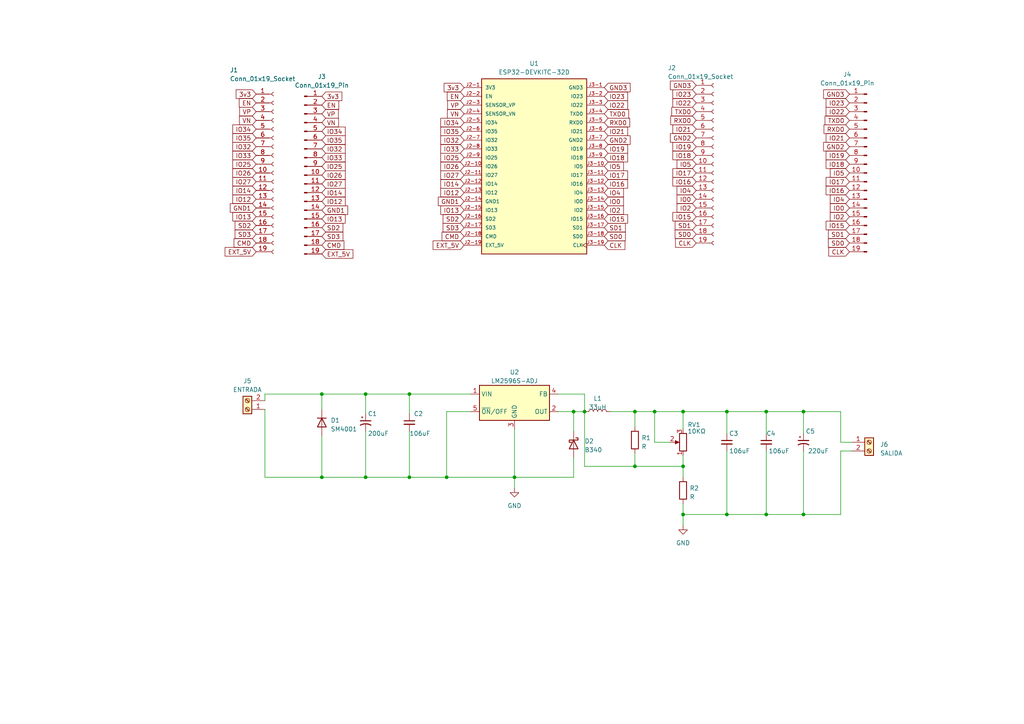
<source format=kicad_sch>
(kicad_sch (version 20230121) (generator eeschema)

  (uuid edfa91b9-ca84-402a-bd99-46c556edf8ec)

  (paper "A4")

  (lib_symbols
    (symbol "Connector:Conn_01x19_Pin" (pin_names (offset 1.016) hide) (in_bom yes) (on_board yes)
      (property "Reference" "J" (at 0 25.4 0)
        (effects (font (size 1.27 1.27)))
      )
      (property "Value" "Conn_01x19_Pin" (at 0 -25.4 0)
        (effects (font (size 1.27 1.27)))
      )
      (property "Footprint" "" (at 0 0 0)
        (effects (font (size 1.27 1.27)) hide)
      )
      (property "Datasheet" "~" (at 0 0 0)
        (effects (font (size 1.27 1.27)) hide)
      )
      (property "ki_locked" "" (at 0 0 0)
        (effects (font (size 1.27 1.27)))
      )
      (property "ki_keywords" "connector" (at 0 0 0)
        (effects (font (size 1.27 1.27)) hide)
      )
      (property "ki_description" "Generic connector, single row, 01x19, script generated" (at 0 0 0)
        (effects (font (size 1.27 1.27)) hide)
      )
      (property "ki_fp_filters" "Connector*:*_1x??_*" (at 0 0 0)
        (effects (font (size 1.27 1.27)) hide)
      )
      (symbol "Conn_01x19_Pin_1_1"
        (polyline
          (pts
            (xy 1.27 -22.86)
            (xy 0.8636 -22.86)
          )
          (stroke (width 0.1524) (type default))
          (fill (type none))
        )
        (polyline
          (pts
            (xy 1.27 -20.32)
            (xy 0.8636 -20.32)
          )
          (stroke (width 0.1524) (type default))
          (fill (type none))
        )
        (polyline
          (pts
            (xy 1.27 -17.78)
            (xy 0.8636 -17.78)
          )
          (stroke (width 0.1524) (type default))
          (fill (type none))
        )
        (polyline
          (pts
            (xy 1.27 -15.24)
            (xy 0.8636 -15.24)
          )
          (stroke (width 0.1524) (type default))
          (fill (type none))
        )
        (polyline
          (pts
            (xy 1.27 -12.7)
            (xy 0.8636 -12.7)
          )
          (stroke (width 0.1524) (type default))
          (fill (type none))
        )
        (polyline
          (pts
            (xy 1.27 -10.16)
            (xy 0.8636 -10.16)
          )
          (stroke (width 0.1524) (type default))
          (fill (type none))
        )
        (polyline
          (pts
            (xy 1.27 -7.62)
            (xy 0.8636 -7.62)
          )
          (stroke (width 0.1524) (type default))
          (fill (type none))
        )
        (polyline
          (pts
            (xy 1.27 -5.08)
            (xy 0.8636 -5.08)
          )
          (stroke (width 0.1524) (type default))
          (fill (type none))
        )
        (polyline
          (pts
            (xy 1.27 -2.54)
            (xy 0.8636 -2.54)
          )
          (stroke (width 0.1524) (type default))
          (fill (type none))
        )
        (polyline
          (pts
            (xy 1.27 0)
            (xy 0.8636 0)
          )
          (stroke (width 0.1524) (type default))
          (fill (type none))
        )
        (polyline
          (pts
            (xy 1.27 2.54)
            (xy 0.8636 2.54)
          )
          (stroke (width 0.1524) (type default))
          (fill (type none))
        )
        (polyline
          (pts
            (xy 1.27 5.08)
            (xy 0.8636 5.08)
          )
          (stroke (width 0.1524) (type default))
          (fill (type none))
        )
        (polyline
          (pts
            (xy 1.27 7.62)
            (xy 0.8636 7.62)
          )
          (stroke (width 0.1524) (type default))
          (fill (type none))
        )
        (polyline
          (pts
            (xy 1.27 10.16)
            (xy 0.8636 10.16)
          )
          (stroke (width 0.1524) (type default))
          (fill (type none))
        )
        (polyline
          (pts
            (xy 1.27 12.7)
            (xy 0.8636 12.7)
          )
          (stroke (width 0.1524) (type default))
          (fill (type none))
        )
        (polyline
          (pts
            (xy 1.27 15.24)
            (xy 0.8636 15.24)
          )
          (stroke (width 0.1524) (type default))
          (fill (type none))
        )
        (polyline
          (pts
            (xy 1.27 17.78)
            (xy 0.8636 17.78)
          )
          (stroke (width 0.1524) (type default))
          (fill (type none))
        )
        (polyline
          (pts
            (xy 1.27 20.32)
            (xy 0.8636 20.32)
          )
          (stroke (width 0.1524) (type default))
          (fill (type none))
        )
        (polyline
          (pts
            (xy 1.27 22.86)
            (xy 0.8636 22.86)
          )
          (stroke (width 0.1524) (type default))
          (fill (type none))
        )
        (rectangle (start 0.8636 -22.733) (end 0 -22.987)
          (stroke (width 0.1524) (type default))
          (fill (type outline))
        )
        (rectangle (start 0.8636 -20.193) (end 0 -20.447)
          (stroke (width 0.1524) (type default))
          (fill (type outline))
        )
        (rectangle (start 0.8636 -17.653) (end 0 -17.907)
          (stroke (width 0.1524) (type default))
          (fill (type outline))
        )
        (rectangle (start 0.8636 -15.113) (end 0 -15.367)
          (stroke (width 0.1524) (type default))
          (fill (type outline))
        )
        (rectangle (start 0.8636 -12.573) (end 0 -12.827)
          (stroke (width 0.1524) (type default))
          (fill (type outline))
        )
        (rectangle (start 0.8636 -10.033) (end 0 -10.287)
          (stroke (width 0.1524) (type default))
          (fill (type outline))
        )
        (rectangle (start 0.8636 -7.493) (end 0 -7.747)
          (stroke (width 0.1524) (type default))
          (fill (type outline))
        )
        (rectangle (start 0.8636 -4.953) (end 0 -5.207)
          (stroke (width 0.1524) (type default))
          (fill (type outline))
        )
        (rectangle (start 0.8636 -2.413) (end 0 -2.667)
          (stroke (width 0.1524) (type default))
          (fill (type outline))
        )
        (rectangle (start 0.8636 0.127) (end 0 -0.127)
          (stroke (width 0.1524) (type default))
          (fill (type outline))
        )
        (rectangle (start 0.8636 2.667) (end 0 2.413)
          (stroke (width 0.1524) (type default))
          (fill (type outline))
        )
        (rectangle (start 0.8636 5.207) (end 0 4.953)
          (stroke (width 0.1524) (type default))
          (fill (type outline))
        )
        (rectangle (start 0.8636 7.747) (end 0 7.493)
          (stroke (width 0.1524) (type default))
          (fill (type outline))
        )
        (rectangle (start 0.8636 10.287) (end 0 10.033)
          (stroke (width 0.1524) (type default))
          (fill (type outline))
        )
        (rectangle (start 0.8636 12.827) (end 0 12.573)
          (stroke (width 0.1524) (type default))
          (fill (type outline))
        )
        (rectangle (start 0.8636 15.367) (end 0 15.113)
          (stroke (width 0.1524) (type default))
          (fill (type outline))
        )
        (rectangle (start 0.8636 17.907) (end 0 17.653)
          (stroke (width 0.1524) (type default))
          (fill (type outline))
        )
        (rectangle (start 0.8636 20.447) (end 0 20.193)
          (stroke (width 0.1524) (type default))
          (fill (type outline))
        )
        (rectangle (start 0.8636 22.987) (end 0 22.733)
          (stroke (width 0.1524) (type default))
          (fill (type outline))
        )
        (pin passive line (at 5.08 22.86 180) (length 3.81)
          (name "Pin_1" (effects (font (size 1.27 1.27))))
          (number "1" (effects (font (size 1.27 1.27))))
        )
        (pin passive line (at 5.08 0 180) (length 3.81)
          (name "Pin_10" (effects (font (size 1.27 1.27))))
          (number "10" (effects (font (size 1.27 1.27))))
        )
        (pin passive line (at 5.08 -2.54 180) (length 3.81)
          (name "Pin_11" (effects (font (size 1.27 1.27))))
          (number "11" (effects (font (size 1.27 1.27))))
        )
        (pin passive line (at 5.08 -5.08 180) (length 3.81)
          (name "Pin_12" (effects (font (size 1.27 1.27))))
          (number "12" (effects (font (size 1.27 1.27))))
        )
        (pin passive line (at 5.08 -7.62 180) (length 3.81)
          (name "Pin_13" (effects (font (size 1.27 1.27))))
          (number "13" (effects (font (size 1.27 1.27))))
        )
        (pin passive line (at 5.08 -10.16 180) (length 3.81)
          (name "Pin_14" (effects (font (size 1.27 1.27))))
          (number "14" (effects (font (size 1.27 1.27))))
        )
        (pin passive line (at 5.08 -12.7 180) (length 3.81)
          (name "Pin_15" (effects (font (size 1.27 1.27))))
          (number "15" (effects (font (size 1.27 1.27))))
        )
        (pin passive line (at 5.08 -15.24 180) (length 3.81)
          (name "Pin_16" (effects (font (size 1.27 1.27))))
          (number "16" (effects (font (size 1.27 1.27))))
        )
        (pin passive line (at 5.08 -17.78 180) (length 3.81)
          (name "Pin_17" (effects (font (size 1.27 1.27))))
          (number "17" (effects (font (size 1.27 1.27))))
        )
        (pin passive line (at 5.08 -20.32 180) (length 3.81)
          (name "Pin_18" (effects (font (size 1.27 1.27))))
          (number "18" (effects (font (size 1.27 1.27))))
        )
        (pin passive line (at 5.08 -22.86 180) (length 3.81)
          (name "Pin_19" (effects (font (size 1.27 1.27))))
          (number "19" (effects (font (size 1.27 1.27))))
        )
        (pin passive line (at 5.08 20.32 180) (length 3.81)
          (name "Pin_2" (effects (font (size 1.27 1.27))))
          (number "2" (effects (font (size 1.27 1.27))))
        )
        (pin passive line (at 5.08 17.78 180) (length 3.81)
          (name "Pin_3" (effects (font (size 1.27 1.27))))
          (number "3" (effects (font (size 1.27 1.27))))
        )
        (pin passive line (at 5.08 15.24 180) (length 3.81)
          (name "Pin_4" (effects (font (size 1.27 1.27))))
          (number "4" (effects (font (size 1.27 1.27))))
        )
        (pin passive line (at 5.08 12.7 180) (length 3.81)
          (name "Pin_5" (effects (font (size 1.27 1.27))))
          (number "5" (effects (font (size 1.27 1.27))))
        )
        (pin passive line (at 5.08 10.16 180) (length 3.81)
          (name "Pin_6" (effects (font (size 1.27 1.27))))
          (number "6" (effects (font (size 1.27 1.27))))
        )
        (pin passive line (at 5.08 7.62 180) (length 3.81)
          (name "Pin_7" (effects (font (size 1.27 1.27))))
          (number "7" (effects (font (size 1.27 1.27))))
        )
        (pin passive line (at 5.08 5.08 180) (length 3.81)
          (name "Pin_8" (effects (font (size 1.27 1.27))))
          (number "8" (effects (font (size 1.27 1.27))))
        )
        (pin passive line (at 5.08 2.54 180) (length 3.81)
          (name "Pin_9" (effects (font (size 1.27 1.27))))
          (number "9" (effects (font (size 1.27 1.27))))
        )
      )
    )
    (symbol "Connector:Conn_01x19_Socket" (pin_names (offset 1.016) hide) (in_bom yes) (on_board yes)
      (property "Reference" "J" (at 0 25.4 0)
        (effects (font (size 1.27 1.27)))
      )
      (property "Value" "Conn_01x19_Socket" (at 0 -25.4 0)
        (effects (font (size 1.27 1.27)))
      )
      (property "Footprint" "" (at 0 0 0)
        (effects (font (size 1.27 1.27)) hide)
      )
      (property "Datasheet" "~" (at 0 0 0)
        (effects (font (size 1.27 1.27)) hide)
      )
      (property "ki_locked" "" (at 0 0 0)
        (effects (font (size 1.27 1.27)))
      )
      (property "ki_keywords" "connector" (at 0 0 0)
        (effects (font (size 1.27 1.27)) hide)
      )
      (property "ki_description" "Generic connector, single row, 01x19, script generated" (at 0 0 0)
        (effects (font (size 1.27 1.27)) hide)
      )
      (property "ki_fp_filters" "Connector*:*_1x??_*" (at 0 0 0)
        (effects (font (size 1.27 1.27)) hide)
      )
      (symbol "Conn_01x19_Socket_1_1"
        (arc (start 0 -22.352) (mid -0.5058 -22.86) (end 0 -23.368)
          (stroke (width 0.1524) (type default))
          (fill (type none))
        )
        (arc (start 0 -19.812) (mid -0.5058 -20.32) (end 0 -20.828)
          (stroke (width 0.1524) (type default))
          (fill (type none))
        )
        (arc (start 0 -17.272) (mid -0.5058 -17.78) (end 0 -18.288)
          (stroke (width 0.1524) (type default))
          (fill (type none))
        )
        (arc (start 0 -14.732) (mid -0.5058 -15.24) (end 0 -15.748)
          (stroke (width 0.1524) (type default))
          (fill (type none))
        )
        (arc (start 0 -12.192) (mid -0.5058 -12.7) (end 0 -13.208)
          (stroke (width 0.1524) (type default))
          (fill (type none))
        )
        (arc (start 0 -9.652) (mid -0.5058 -10.16) (end 0 -10.668)
          (stroke (width 0.1524) (type default))
          (fill (type none))
        )
        (arc (start 0 -7.112) (mid -0.5058 -7.62) (end 0 -8.128)
          (stroke (width 0.1524) (type default))
          (fill (type none))
        )
        (arc (start 0 -4.572) (mid -0.5058 -5.08) (end 0 -5.588)
          (stroke (width 0.1524) (type default))
          (fill (type none))
        )
        (arc (start 0 -2.032) (mid -0.5058 -2.54) (end 0 -3.048)
          (stroke (width 0.1524) (type default))
          (fill (type none))
        )
        (polyline
          (pts
            (xy -1.27 -22.86)
            (xy -0.508 -22.86)
          )
          (stroke (width 0.1524) (type default))
          (fill (type none))
        )
        (polyline
          (pts
            (xy -1.27 -20.32)
            (xy -0.508 -20.32)
          )
          (stroke (width 0.1524) (type default))
          (fill (type none))
        )
        (polyline
          (pts
            (xy -1.27 -17.78)
            (xy -0.508 -17.78)
          )
          (stroke (width 0.1524) (type default))
          (fill (type none))
        )
        (polyline
          (pts
            (xy -1.27 -15.24)
            (xy -0.508 -15.24)
          )
          (stroke (width 0.1524) (type default))
          (fill (type none))
        )
        (polyline
          (pts
            (xy -1.27 -12.7)
            (xy -0.508 -12.7)
          )
          (stroke (width 0.1524) (type default))
          (fill (type none))
        )
        (polyline
          (pts
            (xy -1.27 -10.16)
            (xy -0.508 -10.16)
          )
          (stroke (width 0.1524) (type default))
          (fill (type none))
        )
        (polyline
          (pts
            (xy -1.27 -7.62)
            (xy -0.508 -7.62)
          )
          (stroke (width 0.1524) (type default))
          (fill (type none))
        )
        (polyline
          (pts
            (xy -1.27 -5.08)
            (xy -0.508 -5.08)
          )
          (stroke (width 0.1524) (type default))
          (fill (type none))
        )
        (polyline
          (pts
            (xy -1.27 -2.54)
            (xy -0.508 -2.54)
          )
          (stroke (width 0.1524) (type default))
          (fill (type none))
        )
        (polyline
          (pts
            (xy -1.27 0)
            (xy -0.508 0)
          )
          (stroke (width 0.1524) (type default))
          (fill (type none))
        )
        (polyline
          (pts
            (xy -1.27 2.54)
            (xy -0.508 2.54)
          )
          (stroke (width 0.1524) (type default))
          (fill (type none))
        )
        (polyline
          (pts
            (xy -1.27 5.08)
            (xy -0.508 5.08)
          )
          (stroke (width 0.1524) (type default))
          (fill (type none))
        )
        (polyline
          (pts
            (xy -1.27 7.62)
            (xy -0.508 7.62)
          )
          (stroke (width 0.1524) (type default))
          (fill (type none))
        )
        (polyline
          (pts
            (xy -1.27 10.16)
            (xy -0.508 10.16)
          )
          (stroke (width 0.1524) (type default))
          (fill (type none))
        )
        (polyline
          (pts
            (xy -1.27 12.7)
            (xy -0.508 12.7)
          )
          (stroke (width 0.1524) (type default))
          (fill (type none))
        )
        (polyline
          (pts
            (xy -1.27 15.24)
            (xy -0.508 15.24)
          )
          (stroke (width 0.1524) (type default))
          (fill (type none))
        )
        (polyline
          (pts
            (xy -1.27 17.78)
            (xy -0.508 17.78)
          )
          (stroke (width 0.1524) (type default))
          (fill (type none))
        )
        (polyline
          (pts
            (xy -1.27 20.32)
            (xy -0.508 20.32)
          )
          (stroke (width 0.1524) (type default))
          (fill (type none))
        )
        (polyline
          (pts
            (xy -1.27 22.86)
            (xy -0.508 22.86)
          )
          (stroke (width 0.1524) (type default))
          (fill (type none))
        )
        (arc (start 0 0.508) (mid -0.5058 0) (end 0 -0.508)
          (stroke (width 0.1524) (type default))
          (fill (type none))
        )
        (arc (start 0 3.048) (mid -0.5058 2.54) (end 0 2.032)
          (stroke (width 0.1524) (type default))
          (fill (type none))
        )
        (arc (start 0 5.588) (mid -0.5058 5.08) (end 0 4.572)
          (stroke (width 0.1524) (type default))
          (fill (type none))
        )
        (arc (start 0 8.128) (mid -0.5058 7.62) (end 0 7.112)
          (stroke (width 0.1524) (type default))
          (fill (type none))
        )
        (arc (start 0 10.668) (mid -0.5058 10.16) (end 0 9.652)
          (stroke (width 0.1524) (type default))
          (fill (type none))
        )
        (arc (start 0 13.208) (mid -0.5058 12.7) (end 0 12.192)
          (stroke (width 0.1524) (type default))
          (fill (type none))
        )
        (arc (start 0 15.748) (mid -0.5058 15.24) (end 0 14.732)
          (stroke (width 0.1524) (type default))
          (fill (type none))
        )
        (arc (start 0 18.288) (mid -0.5058 17.78) (end 0 17.272)
          (stroke (width 0.1524) (type default))
          (fill (type none))
        )
        (arc (start 0 20.828) (mid -0.5058 20.32) (end 0 19.812)
          (stroke (width 0.1524) (type default))
          (fill (type none))
        )
        (arc (start 0 23.368) (mid -0.5058 22.86) (end 0 22.352)
          (stroke (width 0.1524) (type default))
          (fill (type none))
        )
        (pin passive line (at -5.08 22.86 0) (length 3.81)
          (name "Pin_1" (effects (font (size 1.27 1.27))))
          (number "1" (effects (font (size 1.27 1.27))))
        )
        (pin passive line (at -5.08 0 0) (length 3.81)
          (name "Pin_10" (effects (font (size 1.27 1.27))))
          (number "10" (effects (font (size 1.27 1.27))))
        )
        (pin passive line (at -5.08 -2.54 0) (length 3.81)
          (name "Pin_11" (effects (font (size 1.27 1.27))))
          (number "11" (effects (font (size 1.27 1.27))))
        )
        (pin passive line (at -5.08 -5.08 0) (length 3.81)
          (name "Pin_12" (effects (font (size 1.27 1.27))))
          (number "12" (effects (font (size 1.27 1.27))))
        )
        (pin passive line (at -5.08 -7.62 0) (length 3.81)
          (name "Pin_13" (effects (font (size 1.27 1.27))))
          (number "13" (effects (font (size 1.27 1.27))))
        )
        (pin passive line (at -5.08 -10.16 0) (length 3.81)
          (name "Pin_14" (effects (font (size 1.27 1.27))))
          (number "14" (effects (font (size 1.27 1.27))))
        )
        (pin passive line (at -5.08 -12.7 0) (length 3.81)
          (name "Pin_15" (effects (font (size 1.27 1.27))))
          (number "15" (effects (font (size 1.27 1.27))))
        )
        (pin passive line (at -5.08 -15.24 0) (length 3.81)
          (name "Pin_16" (effects (font (size 1.27 1.27))))
          (number "16" (effects (font (size 1.27 1.27))))
        )
        (pin passive line (at -5.08 -17.78 0) (length 3.81)
          (name "Pin_17" (effects (font (size 1.27 1.27))))
          (number "17" (effects (font (size 1.27 1.27))))
        )
        (pin passive line (at -5.08 -20.32 0) (length 3.81)
          (name "Pin_18" (effects (font (size 1.27 1.27))))
          (number "18" (effects (font (size 1.27 1.27))))
        )
        (pin passive line (at -5.08 -22.86 0) (length 3.81)
          (name "Pin_19" (effects (font (size 1.27 1.27))))
          (number "19" (effects (font (size 1.27 1.27))))
        )
        (pin passive line (at -5.08 20.32 0) (length 3.81)
          (name "Pin_2" (effects (font (size 1.27 1.27))))
          (number "2" (effects (font (size 1.27 1.27))))
        )
        (pin passive line (at -5.08 17.78 0) (length 3.81)
          (name "Pin_3" (effects (font (size 1.27 1.27))))
          (number "3" (effects (font (size 1.27 1.27))))
        )
        (pin passive line (at -5.08 15.24 0) (length 3.81)
          (name "Pin_4" (effects (font (size 1.27 1.27))))
          (number "4" (effects (font (size 1.27 1.27))))
        )
        (pin passive line (at -5.08 12.7 0) (length 3.81)
          (name "Pin_5" (effects (font (size 1.27 1.27))))
          (number "5" (effects (font (size 1.27 1.27))))
        )
        (pin passive line (at -5.08 10.16 0) (length 3.81)
          (name "Pin_6" (effects (font (size 1.27 1.27))))
          (number "6" (effects (font (size 1.27 1.27))))
        )
        (pin passive line (at -5.08 7.62 0) (length 3.81)
          (name "Pin_7" (effects (font (size 1.27 1.27))))
          (number "7" (effects (font (size 1.27 1.27))))
        )
        (pin passive line (at -5.08 5.08 0) (length 3.81)
          (name "Pin_8" (effects (font (size 1.27 1.27))))
          (number "8" (effects (font (size 1.27 1.27))))
        )
        (pin passive line (at -5.08 2.54 0) (length 3.81)
          (name "Pin_9" (effects (font (size 1.27 1.27))))
          (number "9" (effects (font (size 1.27 1.27))))
        )
      )
    )
    (symbol "Connector:Screw_Terminal_01x02" (pin_names (offset 1.016) hide) (in_bom yes) (on_board yes)
      (property "Reference" "J" (at 0 2.54 0)
        (effects (font (size 1.27 1.27)))
      )
      (property "Value" "Screw_Terminal_01x02" (at 0 -5.08 0)
        (effects (font (size 1.27 1.27)))
      )
      (property "Footprint" "" (at 0 0 0)
        (effects (font (size 1.27 1.27)) hide)
      )
      (property "Datasheet" "~" (at 0 0 0)
        (effects (font (size 1.27 1.27)) hide)
      )
      (property "ki_keywords" "screw terminal" (at 0 0 0)
        (effects (font (size 1.27 1.27)) hide)
      )
      (property "ki_description" "Generic screw terminal, single row, 01x02, script generated (kicad-library-utils/schlib/autogen/connector/)" (at 0 0 0)
        (effects (font (size 1.27 1.27)) hide)
      )
      (property "ki_fp_filters" "TerminalBlock*:*" (at 0 0 0)
        (effects (font (size 1.27 1.27)) hide)
      )
      (symbol "Screw_Terminal_01x02_1_1"
        (rectangle (start -1.27 1.27) (end 1.27 -3.81)
          (stroke (width 0.254) (type default))
          (fill (type background))
        )
        (circle (center 0 -2.54) (radius 0.635)
          (stroke (width 0.1524) (type default))
          (fill (type none))
        )
        (polyline
          (pts
            (xy -0.5334 -2.2098)
            (xy 0.3302 -3.048)
          )
          (stroke (width 0.1524) (type default))
          (fill (type none))
        )
        (polyline
          (pts
            (xy -0.5334 0.3302)
            (xy 0.3302 -0.508)
          )
          (stroke (width 0.1524) (type default))
          (fill (type none))
        )
        (polyline
          (pts
            (xy -0.3556 -2.032)
            (xy 0.508 -2.8702)
          )
          (stroke (width 0.1524) (type default))
          (fill (type none))
        )
        (polyline
          (pts
            (xy -0.3556 0.508)
            (xy 0.508 -0.3302)
          )
          (stroke (width 0.1524) (type default))
          (fill (type none))
        )
        (circle (center 0 0) (radius 0.635)
          (stroke (width 0.1524) (type default))
          (fill (type none))
        )
        (pin passive line (at -5.08 0 0) (length 3.81)
          (name "Pin_1" (effects (font (size 1.27 1.27))))
          (number "1" (effects (font (size 1.27 1.27))))
        )
        (pin passive line (at -5.08 -2.54 0) (length 3.81)
          (name "Pin_2" (effects (font (size 1.27 1.27))))
          (number "2" (effects (font (size 1.27 1.27))))
        )
      )
    )
    (symbol "Device:C_Polarized_Small_US" (pin_numbers hide) (pin_names (offset 0.254) hide) (in_bom yes) (on_board yes)
      (property "Reference" "C" (at 0.254 1.778 0)
        (effects (font (size 1.27 1.27)) (justify left))
      )
      (property "Value" "C_Polarized_Small_US" (at 0.254 -2.032 0)
        (effects (font (size 1.27 1.27)) (justify left))
      )
      (property "Footprint" "" (at 0 0 0)
        (effects (font (size 1.27 1.27)) hide)
      )
      (property "Datasheet" "~" (at 0 0 0)
        (effects (font (size 1.27 1.27)) hide)
      )
      (property "ki_keywords" "cap capacitor" (at 0 0 0)
        (effects (font (size 1.27 1.27)) hide)
      )
      (property "ki_description" "Polarized capacitor, small US symbol" (at 0 0 0)
        (effects (font (size 1.27 1.27)) hide)
      )
      (property "ki_fp_filters" "CP_*" (at 0 0 0)
        (effects (font (size 1.27 1.27)) hide)
      )
      (symbol "C_Polarized_Small_US_0_1"
        (polyline
          (pts
            (xy -1.524 0.508)
            (xy 1.524 0.508)
          )
          (stroke (width 0.3048) (type default))
          (fill (type none))
        )
        (polyline
          (pts
            (xy -1.27 1.524)
            (xy -0.762 1.524)
          )
          (stroke (width 0) (type default))
          (fill (type none))
        )
        (polyline
          (pts
            (xy -1.016 1.27)
            (xy -1.016 1.778)
          )
          (stroke (width 0) (type default))
          (fill (type none))
        )
        (arc (start 1.524 -0.762) (mid 0 -0.3734) (end -1.524 -0.762)
          (stroke (width 0.3048) (type default))
          (fill (type none))
        )
      )
      (symbol "C_Polarized_Small_US_1_1"
        (pin passive line (at 0 2.54 270) (length 2.032)
          (name "~" (effects (font (size 1.27 1.27))))
          (number "1" (effects (font (size 1.27 1.27))))
        )
        (pin passive line (at 0 -2.54 90) (length 2.032)
          (name "~" (effects (font (size 1.27 1.27))))
          (number "2" (effects (font (size 1.27 1.27))))
        )
      )
    )
    (symbol "Device:C_Small" (pin_numbers hide) (pin_names (offset 0.254) hide) (in_bom yes) (on_board yes)
      (property "Reference" "C" (at 0.254 1.778 0)
        (effects (font (size 1.27 1.27)) (justify left))
      )
      (property "Value" "C_Small" (at 0.254 -2.032 0)
        (effects (font (size 1.27 1.27)) (justify left))
      )
      (property "Footprint" "" (at 0 0 0)
        (effects (font (size 1.27 1.27)) hide)
      )
      (property "Datasheet" "~" (at 0 0 0)
        (effects (font (size 1.27 1.27)) hide)
      )
      (property "ki_keywords" "capacitor cap" (at 0 0 0)
        (effects (font (size 1.27 1.27)) hide)
      )
      (property "ki_description" "Unpolarized capacitor, small symbol" (at 0 0 0)
        (effects (font (size 1.27 1.27)) hide)
      )
      (property "ki_fp_filters" "C_*" (at 0 0 0)
        (effects (font (size 1.27 1.27)) hide)
      )
      (symbol "C_Small_0_1"
        (polyline
          (pts
            (xy -1.524 -0.508)
            (xy 1.524 -0.508)
          )
          (stroke (width 0.3302) (type default))
          (fill (type none))
        )
        (polyline
          (pts
            (xy -1.524 0.508)
            (xy 1.524 0.508)
          )
          (stroke (width 0.3048) (type default))
          (fill (type none))
        )
      )
      (symbol "C_Small_1_1"
        (pin passive line (at 0 2.54 270) (length 2.032)
          (name "~" (effects (font (size 1.27 1.27))))
          (number "1" (effects (font (size 1.27 1.27))))
        )
        (pin passive line (at 0 -2.54 90) (length 2.032)
          (name "~" (effects (font (size 1.27 1.27))))
          (number "2" (effects (font (size 1.27 1.27))))
        )
      )
    )
    (symbol "Device:L" (pin_numbers hide) (pin_names (offset 1.016) hide) (in_bom yes) (on_board yes)
      (property "Reference" "L" (at -1.27 0 90)
        (effects (font (size 1.27 1.27)))
      )
      (property "Value" "L" (at 1.905 0 90)
        (effects (font (size 1.27 1.27)))
      )
      (property "Footprint" "" (at 0 0 0)
        (effects (font (size 1.27 1.27)) hide)
      )
      (property "Datasheet" "~" (at 0 0 0)
        (effects (font (size 1.27 1.27)) hide)
      )
      (property "ki_keywords" "inductor choke coil reactor magnetic" (at 0 0 0)
        (effects (font (size 1.27 1.27)) hide)
      )
      (property "ki_description" "Inductor" (at 0 0 0)
        (effects (font (size 1.27 1.27)) hide)
      )
      (property "ki_fp_filters" "Choke_* *Coil* Inductor_* L_*" (at 0 0 0)
        (effects (font (size 1.27 1.27)) hide)
      )
      (symbol "L_0_1"
        (arc (start 0 -2.54) (mid 0.6323 -1.905) (end 0 -1.27)
          (stroke (width 0) (type default))
          (fill (type none))
        )
        (arc (start 0 -1.27) (mid 0.6323 -0.635) (end 0 0)
          (stroke (width 0) (type default))
          (fill (type none))
        )
        (arc (start 0 0) (mid 0.6323 0.635) (end 0 1.27)
          (stroke (width 0) (type default))
          (fill (type none))
        )
        (arc (start 0 1.27) (mid 0.6323 1.905) (end 0 2.54)
          (stroke (width 0) (type default))
          (fill (type none))
        )
      )
      (symbol "L_1_1"
        (pin passive line (at 0 3.81 270) (length 1.27)
          (name "1" (effects (font (size 1.27 1.27))))
          (number "1" (effects (font (size 1.27 1.27))))
        )
        (pin passive line (at 0 -3.81 90) (length 1.27)
          (name "2" (effects (font (size 1.27 1.27))))
          (number "2" (effects (font (size 1.27 1.27))))
        )
      )
    )
    (symbol "Device:R" (pin_numbers hide) (pin_names (offset 0)) (in_bom yes) (on_board yes)
      (property "Reference" "R" (at 2.032 0 90)
        (effects (font (size 1.27 1.27)))
      )
      (property "Value" "R" (at 0 0 90)
        (effects (font (size 1.27 1.27)))
      )
      (property "Footprint" "" (at -1.778 0 90)
        (effects (font (size 1.27 1.27)) hide)
      )
      (property "Datasheet" "~" (at 0 0 0)
        (effects (font (size 1.27 1.27)) hide)
      )
      (property "ki_keywords" "R res resistor" (at 0 0 0)
        (effects (font (size 1.27 1.27)) hide)
      )
      (property "ki_description" "Resistor" (at 0 0 0)
        (effects (font (size 1.27 1.27)) hide)
      )
      (property "ki_fp_filters" "R_*" (at 0 0 0)
        (effects (font (size 1.27 1.27)) hide)
      )
      (symbol "R_0_1"
        (rectangle (start -1.016 -2.54) (end 1.016 2.54)
          (stroke (width 0.254) (type default))
          (fill (type none))
        )
      )
      (symbol "R_1_1"
        (pin passive line (at 0 3.81 270) (length 1.27)
          (name "~" (effects (font (size 1.27 1.27))))
          (number "1" (effects (font (size 1.27 1.27))))
        )
        (pin passive line (at 0 -3.81 90) (length 1.27)
          (name "~" (effects (font (size 1.27 1.27))))
          (number "2" (effects (font (size 1.27 1.27))))
        )
      )
    )
    (symbol "Device:R_Potentiometer" (pin_names (offset 1.016) hide) (in_bom yes) (on_board yes)
      (property "Reference" "RV" (at -4.445 0 90)
        (effects (font (size 1.27 1.27)))
      )
      (property "Value" "R_Potentiometer" (at -2.54 0 90)
        (effects (font (size 1.27 1.27)))
      )
      (property "Footprint" "" (at 0 0 0)
        (effects (font (size 1.27 1.27)) hide)
      )
      (property "Datasheet" "~" (at 0 0 0)
        (effects (font (size 1.27 1.27)) hide)
      )
      (property "ki_keywords" "resistor variable" (at 0 0 0)
        (effects (font (size 1.27 1.27)) hide)
      )
      (property "ki_description" "Potentiometer" (at 0 0 0)
        (effects (font (size 1.27 1.27)) hide)
      )
      (property "ki_fp_filters" "Potentiometer*" (at 0 0 0)
        (effects (font (size 1.27 1.27)) hide)
      )
      (symbol "R_Potentiometer_0_1"
        (polyline
          (pts
            (xy 2.54 0)
            (xy 1.524 0)
          )
          (stroke (width 0) (type default))
          (fill (type none))
        )
        (polyline
          (pts
            (xy 1.143 0)
            (xy 2.286 0.508)
            (xy 2.286 -0.508)
            (xy 1.143 0)
          )
          (stroke (width 0) (type default))
          (fill (type outline))
        )
        (rectangle (start 1.016 2.54) (end -1.016 -2.54)
          (stroke (width 0.254) (type default))
          (fill (type none))
        )
      )
      (symbol "R_Potentiometer_1_1"
        (pin passive line (at 0 3.81 270) (length 1.27)
          (name "1" (effects (font (size 1.27 1.27))))
          (number "1" (effects (font (size 1.27 1.27))))
        )
        (pin passive line (at 3.81 0 180) (length 1.27)
          (name "2" (effects (font (size 1.27 1.27))))
          (number "2" (effects (font (size 1.27 1.27))))
        )
        (pin passive line (at 0 -3.81 90) (length 1.27)
          (name "3" (effects (font (size 1.27 1.27))))
          (number "3" (effects (font (size 1.27 1.27))))
        )
      )
    )
    (symbol "Diode:B340" (pin_numbers hide) (pin_names (offset 1.016) hide) (in_bom yes) (on_board yes)
      (property "Reference" "D" (at 0 2.54 0)
        (effects (font (size 1.27 1.27)))
      )
      (property "Value" "B340" (at 0 -2.54 0)
        (effects (font (size 1.27 1.27)))
      )
      (property "Footprint" "Diode_SMD:D_SMC" (at 0 -4.445 0)
        (effects (font (size 1.27 1.27)) hide)
      )
      (property "Datasheet" "http://www.jameco.com/Jameco/Products/ProdDS/1538777.pdf" (at 0 0 0)
        (effects (font (size 1.27 1.27)) hide)
      )
      (property "ki_keywords" "diode Schottky" (at 0 0 0)
        (effects (font (size 1.27 1.27)) hide)
      )
      (property "ki_description" "40V 3A Schottky Barrier Rectifier Diode, SMC" (at 0 0 0)
        (effects (font (size 1.27 1.27)) hide)
      )
      (property "ki_fp_filters" "D*SMC*" (at 0 0 0)
        (effects (font (size 1.27 1.27)) hide)
      )
      (symbol "B340_0_1"
        (polyline
          (pts
            (xy 1.27 0)
            (xy -1.27 0)
          )
          (stroke (width 0) (type default))
          (fill (type none))
        )
        (polyline
          (pts
            (xy 1.27 1.27)
            (xy 1.27 -1.27)
            (xy -1.27 0)
            (xy 1.27 1.27)
          )
          (stroke (width 0.254) (type default))
          (fill (type none))
        )
        (polyline
          (pts
            (xy -1.905 0.635)
            (xy -1.905 1.27)
            (xy -1.27 1.27)
            (xy -1.27 -1.27)
            (xy -0.635 -1.27)
            (xy -0.635 -0.635)
          )
          (stroke (width 0.254) (type default))
          (fill (type none))
        )
      )
      (symbol "B340_1_1"
        (pin passive line (at -3.81 0 0) (length 2.54)
          (name "K" (effects (font (size 1.27 1.27))))
          (number "1" (effects (font (size 1.27 1.27))))
        )
        (pin passive line (at 3.81 0 180) (length 2.54)
          (name "A" (effects (font (size 1.27 1.27))))
          (number "2" (effects (font (size 1.27 1.27))))
        )
      )
    )
    (symbol "Diode:SM4001" (pin_numbers hide) (pin_names hide) (in_bom yes) (on_board yes)
      (property "Reference" "D" (at 0 2.54 0)
        (effects (font (size 1.27 1.27)))
      )
      (property "Value" "SM4001" (at 0 -2.54 0)
        (effects (font (size 1.27 1.27)))
      )
      (property "Footprint" "Diode_SMD:D_MELF" (at 0 -4.445 0)
        (effects (font (size 1.27 1.27)) hide)
      )
      (property "Datasheet" "http://cdn-reichelt.de/documents/datenblatt/A400/SMD1N400%23DIO.pdf" (at 0 0 0)
        (effects (font (size 1.27 1.27)) hide)
      )
      (property "Sim.Device" "D" (at 0 0 0)
        (effects (font (size 1.27 1.27)) hide)
      )
      (property "Sim.Pins" "1=K 2=A" (at 0 0 0)
        (effects (font (size 1.27 1.27)) hide)
      )
      (property "ki_keywords" "diode" (at 0 0 0)
        (effects (font (size 1.27 1.27)) hide)
      )
      (property "ki_description" "50V 1A General Purpose Rectifier Diode, MELF" (at 0 0 0)
        (effects (font (size 1.27 1.27)) hide)
      )
      (property "ki_fp_filters" "D*MELF*" (at 0 0 0)
        (effects (font (size 1.27 1.27)) hide)
      )
      (symbol "SM4001_0_1"
        (polyline
          (pts
            (xy -1.27 1.27)
            (xy -1.27 -1.27)
          )
          (stroke (width 0.254) (type default))
          (fill (type none))
        )
        (polyline
          (pts
            (xy 1.27 0)
            (xy -1.27 0)
          )
          (stroke (width 0) (type default))
          (fill (type none))
        )
        (polyline
          (pts
            (xy 1.27 1.27)
            (xy 1.27 -1.27)
            (xy -1.27 0)
            (xy 1.27 1.27)
          )
          (stroke (width 0.254) (type default))
          (fill (type none))
        )
      )
      (symbol "SM4001_1_1"
        (pin passive line (at -3.81 0 0) (length 2.54)
          (name "K" (effects (font (size 1.27 1.27))))
          (number "1" (effects (font (size 1.27 1.27))))
        )
        (pin passive line (at 3.81 0 180) (length 2.54)
          (name "A" (effects (font (size 1.27 1.27))))
          (number "2" (effects (font (size 1.27 1.27))))
        )
      )
    )
    (symbol "ESP32-DEVKITC-32D:ESP32-DEVKITC-32D" (pin_names (offset 1.016)) (in_bom yes) (on_board yes)
      (property "Reference" "U" (at -15.2572 26.0643 0)
        (effects (font (size 1.27 1.27)) (justify left bottom))
      )
      (property "Value" "ESP32-DEVKITC-32D" (at -15.2563 -27.9698 0)
        (effects (font (size 1.27 1.27)) (justify left bottom))
      )
      (property "Footprint" "ESP32-DEVKITC-32D:MODULE_ESP32-DEVKITC-32D" (at 0 0 0)
        (effects (font (size 1.27 1.27)) (justify bottom) hide)
      )
      (property "Datasheet" "" (at 0 0 0)
        (effects (font (size 1.27 1.27)) hide)
      )
      (property "MF" "Espressif Systems" (at 0 0 0)
        (effects (font (size 1.27 1.27)) (justify bottom) hide)
      )
      (property "MAXIMUM_PACKAGE_HEIGHT" "N/A" (at 0 0 0)
        (effects (font (size 1.27 1.27)) (justify bottom) hide)
      )
      (property "Package" "None" (at 0 0 0)
        (effects (font (size 1.27 1.27)) (justify bottom) hide)
      )
      (property "Price" "None" (at 0 0 0)
        (effects (font (size 1.27 1.27)) (justify bottom) hide)
      )
      (property "Check_prices" "https://www.snapeda.com/parts/ESP32-DEVKITC-32D/Espressif+Systems/view-part/?ref=eda" (at 0 0 0)
        (effects (font (size 1.27 1.27)) (justify bottom) hide)
      )
      (property "STANDARD" "Manufacturer Recommendations" (at 0 0 0)
        (effects (font (size 1.27 1.27)) (justify bottom) hide)
      )
      (property "PARTREV" "V4" (at 0 0 0)
        (effects (font (size 1.27 1.27)) (justify bottom) hide)
      )
      (property "SnapEDA_Link" "https://www.snapeda.com/parts/ESP32-DEVKITC-32D/Espressif+Systems/view-part/?ref=snap" (at 0 0 0)
        (effects (font (size 1.27 1.27)) (justify bottom) hide)
      )
      (property "MP" "ESP32-DEVKITC-32D" (at 0 0 0)
        (effects (font (size 1.27 1.27)) (justify bottom) hide)
      )
      (property "Description" "\n                        \n                            WiFi Development Tools (802.11) ESP32 General Development Kit, ESP32-WROOM-32D on the board\n                        \n" (at 0 0 0)
        (effects (font (size 1.27 1.27)) (justify bottom) hide)
      )
      (property "MANUFACTURER" "Espressif Systems" (at 0 0 0)
        (effects (font (size 1.27 1.27)) (justify bottom) hide)
      )
      (property "Availability" "In Stock" (at 0 0 0)
        (effects (font (size 1.27 1.27)) (justify bottom) hide)
      )
      (property "SNAPEDA_PN" "ESP32-DEVKITC-32D" (at 0 0 0)
        (effects (font (size 1.27 1.27)) (justify bottom) hide)
      )
      (symbol "ESP32-DEVKITC-32D_0_0"
        (rectangle (start -15.24 -25.4) (end 15.24 25.4)
          (stroke (width 0.254) (type default))
          (fill (type background))
        )
        (pin power_in line (at -20.32 22.86 0) (length 5.08)
          (name "3V3" (effects (font (size 1.016 1.016))))
          (number "J2-1" (effects (font (size 1.016 1.016))))
        )
        (pin bidirectional line (at -20.32 0 0) (length 5.08)
          (name "IO26" (effects (font (size 1.016 1.016))))
          (number "J2-10" (effects (font (size 1.016 1.016))))
        )
        (pin bidirectional line (at -20.32 -2.54 0) (length 5.08)
          (name "IO27" (effects (font (size 1.016 1.016))))
          (number "J2-11" (effects (font (size 1.016 1.016))))
        )
        (pin bidirectional line (at -20.32 -5.08 0) (length 5.08)
          (name "IO14" (effects (font (size 1.016 1.016))))
          (number "J2-12" (effects (font (size 1.016 1.016))))
        )
        (pin bidirectional line (at -20.32 -7.62 0) (length 5.08)
          (name "IO12" (effects (font (size 1.016 1.016))))
          (number "J2-13" (effects (font (size 1.016 1.016))))
        )
        (pin power_in line (at -20.32 -10.16 0) (length 5.08)
          (name "GND1" (effects (font (size 1.016 1.016))))
          (number "J2-14" (effects (font (size 1.016 1.016))))
        )
        (pin bidirectional line (at -20.32 -12.7 0) (length 5.08)
          (name "IO13" (effects (font (size 1.016 1.016))))
          (number "J2-15" (effects (font (size 1.016 1.016))))
        )
        (pin bidirectional line (at -20.32 -15.24 0) (length 5.08)
          (name "SD2" (effects (font (size 1.016 1.016))))
          (number "J2-16" (effects (font (size 1.016 1.016))))
        )
        (pin bidirectional line (at -20.32 -17.78 0) (length 5.08)
          (name "SD3" (effects (font (size 1.016 1.016))))
          (number "J2-17" (effects (font (size 1.016 1.016))))
        )
        (pin bidirectional line (at -20.32 -20.32 0) (length 5.08)
          (name "CMD" (effects (font (size 1.016 1.016))))
          (number "J2-18" (effects (font (size 1.016 1.016))))
        )
        (pin power_in line (at -20.32 -22.86 0) (length 5.08)
          (name "EXT_5V" (effects (font (size 1.016 1.016))))
          (number "J2-19" (effects (font (size 1.016 1.016))))
        )
        (pin input line (at -20.32 20.32 0) (length 5.08)
          (name "EN" (effects (font (size 1.016 1.016))))
          (number "J2-2" (effects (font (size 1.016 1.016))))
        )
        (pin input line (at -20.32 17.78 0) (length 5.08)
          (name "SENSOR_VP" (effects (font (size 1.016 1.016))))
          (number "J2-3" (effects (font (size 1.016 1.016))))
        )
        (pin input line (at -20.32 15.24 0) (length 5.08)
          (name "SENSOR_VN" (effects (font (size 1.016 1.016))))
          (number "J2-4" (effects (font (size 1.016 1.016))))
        )
        (pin bidirectional line (at -20.32 12.7 0) (length 5.08)
          (name "IO34" (effects (font (size 1.016 1.016))))
          (number "J2-5" (effects (font (size 1.016 1.016))))
        )
        (pin bidirectional line (at -20.32 10.16 0) (length 5.08)
          (name "IO35" (effects (font (size 1.016 1.016))))
          (number "J2-6" (effects (font (size 1.016 1.016))))
        )
        (pin bidirectional line (at -20.32 7.62 0) (length 5.08)
          (name "IO32" (effects (font (size 1.016 1.016))))
          (number "J2-7" (effects (font (size 1.016 1.016))))
        )
        (pin bidirectional line (at -20.32 5.08 0) (length 5.08)
          (name "IO33" (effects (font (size 1.016 1.016))))
          (number "J2-8" (effects (font (size 1.016 1.016))))
        )
        (pin bidirectional line (at -20.32 2.54 0) (length 5.08)
          (name "IO25" (effects (font (size 1.016 1.016))))
          (number "J2-9" (effects (font (size 1.016 1.016))))
        )
        (pin power_in line (at 20.32 22.86 180) (length 5.08)
          (name "GND3" (effects (font (size 1.016 1.016))))
          (number "J3-1" (effects (font (size 1.016 1.016))))
        )
        (pin bidirectional line (at 20.32 0 180) (length 5.08)
          (name "IO5" (effects (font (size 1.016 1.016))))
          (number "J3-10" (effects (font (size 1.016 1.016))))
        )
        (pin bidirectional line (at 20.32 -2.54 180) (length 5.08)
          (name "IO17" (effects (font (size 1.016 1.016))))
          (number "J3-11" (effects (font (size 1.016 1.016))))
        )
        (pin bidirectional line (at 20.32 -5.08 180) (length 5.08)
          (name "IO16" (effects (font (size 1.016 1.016))))
          (number "J3-12" (effects (font (size 1.016 1.016))))
        )
        (pin bidirectional line (at 20.32 -7.62 180) (length 5.08)
          (name "IO4" (effects (font (size 1.016 1.016))))
          (number "J3-13" (effects (font (size 1.016 1.016))))
        )
        (pin bidirectional line (at 20.32 -10.16 180) (length 5.08)
          (name "IO0" (effects (font (size 1.016 1.016))))
          (number "J3-14" (effects (font (size 1.016 1.016))))
        )
        (pin bidirectional line (at 20.32 -12.7 180) (length 5.08)
          (name "IO2" (effects (font (size 1.016 1.016))))
          (number "J3-15" (effects (font (size 1.016 1.016))))
        )
        (pin bidirectional line (at 20.32 -15.24 180) (length 5.08)
          (name "IO15" (effects (font (size 1.016 1.016))))
          (number "J3-16" (effects (font (size 1.016 1.016))))
        )
        (pin bidirectional line (at 20.32 -17.78 180) (length 5.08)
          (name "SD1" (effects (font (size 1.016 1.016))))
          (number "J3-17" (effects (font (size 1.016 1.016))))
        )
        (pin bidirectional line (at 20.32 -20.32 180) (length 5.08)
          (name "SD0" (effects (font (size 1.016 1.016))))
          (number "J3-18" (effects (font (size 1.016 1.016))))
        )
        (pin input clock (at 20.32 -22.86 180) (length 5.08)
          (name "CLK" (effects (font (size 1.016 1.016))))
          (number "J3-19" (effects (font (size 1.016 1.016))))
        )
        (pin bidirectional line (at 20.32 20.32 180) (length 5.08)
          (name "IO23" (effects (font (size 1.016 1.016))))
          (number "J3-2" (effects (font (size 1.016 1.016))))
        )
        (pin bidirectional line (at 20.32 17.78 180) (length 5.08)
          (name "IO22" (effects (font (size 1.016 1.016))))
          (number "J3-3" (effects (font (size 1.016 1.016))))
        )
        (pin output line (at 20.32 15.24 180) (length 5.08)
          (name "TXD0" (effects (font (size 1.016 1.016))))
          (number "J3-4" (effects (font (size 1.016 1.016))))
        )
        (pin input line (at 20.32 12.7 180) (length 5.08)
          (name "RXD0" (effects (font (size 1.016 1.016))))
          (number "J3-5" (effects (font (size 1.016 1.016))))
        )
        (pin bidirectional line (at 20.32 10.16 180) (length 5.08)
          (name "IO21" (effects (font (size 1.016 1.016))))
          (number "J3-6" (effects (font (size 1.016 1.016))))
        )
        (pin power_in line (at 20.32 7.62 180) (length 5.08)
          (name "GND2" (effects (font (size 1.016 1.016))))
          (number "J3-7" (effects (font (size 1.016 1.016))))
        )
        (pin bidirectional line (at 20.32 5.08 180) (length 5.08)
          (name "IO19" (effects (font (size 1.016 1.016))))
          (number "J3-8" (effects (font (size 1.016 1.016))))
        )
        (pin bidirectional line (at 20.32 2.54 180) (length 5.08)
          (name "IO18" (effects (font (size 1.016 1.016))))
          (number "J3-9" (effects (font (size 1.016 1.016))))
        )
      )
    )
    (symbol "Regulator_Switching:LM2596S-ADJ" (in_bom yes) (on_board yes)
      (property "Reference" "U" (at -10.16 6.35 0)
        (effects (font (size 1.27 1.27)) (justify left))
      )
      (property "Value" "LM2596S-ADJ" (at 0 6.35 0)
        (effects (font (size 1.27 1.27)) (justify left))
      )
      (property "Footprint" "Package_TO_SOT_SMD:TO-263-5_TabPin3" (at 1.27 -6.35 0)
        (effects (font (size 1.27 1.27) italic) (justify left) hide)
      )
      (property "Datasheet" "http://www.ti.com/lit/ds/symlink/lm2596.pdf" (at 0 0 0)
        (effects (font (size 1.27 1.27)) hide)
      )
      (property "ki_keywords" "Step-Down Voltage Regulator Adjustable 3A" (at 0 0 0)
        (effects (font (size 1.27 1.27)) hide)
      )
      (property "ki_description" "Adjustable 3A Step-Down Voltage Regulator, TO-263" (at 0 0 0)
        (effects (font (size 1.27 1.27)) hide)
      )
      (property "ki_fp_filters" "TO?263*" (at 0 0 0)
        (effects (font (size 1.27 1.27)) hide)
      )
      (symbol "LM2596S-ADJ_0_1"
        (rectangle (start -10.16 5.08) (end 10.16 -5.08)
          (stroke (width 0.254) (type default))
          (fill (type background))
        )
      )
      (symbol "LM2596S-ADJ_1_1"
        (pin power_in line (at -12.7 2.54 0) (length 2.54)
          (name "VIN" (effects (font (size 1.27 1.27))))
          (number "1" (effects (font (size 1.27 1.27))))
        )
        (pin output line (at 12.7 -2.54 180) (length 2.54)
          (name "OUT" (effects (font (size 1.27 1.27))))
          (number "2" (effects (font (size 1.27 1.27))))
        )
        (pin power_in line (at 0 -7.62 90) (length 2.54)
          (name "GND" (effects (font (size 1.27 1.27))))
          (number "3" (effects (font (size 1.27 1.27))))
        )
        (pin input line (at 12.7 2.54 180) (length 2.54)
          (name "FB" (effects (font (size 1.27 1.27))))
          (number "4" (effects (font (size 1.27 1.27))))
        )
        (pin input line (at -12.7 -2.54 0) (length 2.54)
          (name "~{ON}/OFF" (effects (font (size 1.27 1.27))))
          (number "5" (effects (font (size 1.27 1.27))))
        )
      )
    )
    (symbol "power:GND" (power) (pin_names (offset 0)) (in_bom yes) (on_board yes)
      (property "Reference" "#PWR" (at 0 -6.35 0)
        (effects (font (size 1.27 1.27)) hide)
      )
      (property "Value" "GND" (at 0 -3.81 0)
        (effects (font (size 1.27 1.27)))
      )
      (property "Footprint" "" (at 0 0 0)
        (effects (font (size 1.27 1.27)) hide)
      )
      (property "Datasheet" "" (at 0 0 0)
        (effects (font (size 1.27 1.27)) hide)
      )
      (property "ki_keywords" "global power" (at 0 0 0)
        (effects (font (size 1.27 1.27)) hide)
      )
      (property "ki_description" "Power symbol creates a global label with name \"GND\" , ground" (at 0 0 0)
        (effects (font (size 1.27 1.27)) hide)
      )
      (symbol "GND_0_1"
        (polyline
          (pts
            (xy 0 0)
            (xy 0 -1.27)
            (xy 1.27 -1.27)
            (xy 0 -2.54)
            (xy -1.27 -1.27)
            (xy 0 -1.27)
          )
          (stroke (width 0) (type default))
          (fill (type none))
        )
      )
      (symbol "GND_1_1"
        (pin power_in line (at 0 0 270) (length 0) hide
          (name "GND" (effects (font (size 1.27 1.27))))
          (number "1" (effects (font (size 1.27 1.27))))
        )
      )
    )
  )

  (junction (at 184.15 119.38) (diameter 0) (color 0 0 0 0)
    (uuid 03310254-5aa7-46e6-9d04-b6b71ad6dd84)
  )
  (junction (at 189.865 119.38) (diameter 0) (color 0 0 0 0)
    (uuid 05303aed-663c-4f41-bbc8-13d3be929274)
  )
  (junction (at 169.545 119.38) (diameter 0) (color 0 0 0 0)
    (uuid 08f2ae7e-5154-494c-beed-8d60ac59e393)
  )
  (junction (at 166.37 119.38) (diameter 0) (color 0 0 0 0)
    (uuid 287ed142-f72c-4751-8915-56d4234a72a1)
  )
  (junction (at 210.82 149.225) (diameter 0) (color 0 0 0 0)
    (uuid 3ef71141-2f99-40fa-8950-58f508a1db20)
  )
  (junction (at 198.12 135.255) (diameter 0) (color 0 0 0 0)
    (uuid 401b9fa2-93aa-42f0-b668-3db8cff7114d)
  )
  (junction (at 233.045 119.38) (diameter 0) (color 0 0 0 0)
    (uuid 4119795d-a13e-420c-8619-8b76e8e6dff9)
  )
  (junction (at 184.15 135.255) (diameter 0) (color 0 0 0 0)
    (uuid 416c05a6-5dc7-4e7c-86bd-675bb5b19218)
  )
  (junction (at 93.345 138.43) (diameter 0) (color 0 0 0 0)
    (uuid 468c6e39-2e92-4680-b19c-ae116b55fdf8)
  )
  (junction (at 149.225 138.43) (diameter 0) (color 0 0 0 0)
    (uuid 4e2948fa-d914-4971-ab18-cca56cc3d58c)
  )
  (junction (at 198.12 119.38) (diameter 0) (color 0 0 0 0)
    (uuid 52719622-8b23-49cf-82bf-111003e0e81b)
  )
  (junction (at 222.25 119.38) (diameter 0) (color 0 0 0 0)
    (uuid 52cd337a-e594-49ab-be9e-223ed2bf2beb)
  )
  (junction (at 210.82 119.38) (diameter 0) (color 0 0 0 0)
    (uuid 5dd57f08-d185-466f-9674-feffdef7f100)
  )
  (junction (at 198.12 149.225) (diameter 0) (color 0 0 0 0)
    (uuid 65c743da-c2d4-4146-ab89-1c61d7619b9b)
  )
  (junction (at 118.745 138.43) (diameter 0) (color 0 0 0 0)
    (uuid 9052dd41-9e59-49e1-92f7-19ce880c795e)
  )
  (junction (at 93.345 114.3) (diameter 0) (color 0 0 0 0)
    (uuid ae4bee51-af5a-44b5-bd7f-55c9e64dbfd0)
  )
  (junction (at 129.54 138.43) (diameter 0) (color 0 0 0 0)
    (uuid cbdc3149-aa17-484c-816d-87ada0cb4a9a)
  )
  (junction (at 118.745 114.3) (diameter 0) (color 0 0 0 0)
    (uuid ce1b035d-ff20-41d1-8656-f82270ec119f)
  )
  (junction (at 106.045 114.3) (diameter 0) (color 0 0 0 0)
    (uuid e350ab28-4ee1-4faf-9e08-d6ac656d8c92)
  )
  (junction (at 222.25 149.225) (diameter 0) (color 0 0 0 0)
    (uuid f01d97bd-4c57-4bca-aab3-78b627722028)
  )
  (junction (at 106.045 138.43) (diameter 0) (color 0 0 0 0)
    (uuid f46c9165-d082-4c15-9cf5-8988587817ec)
  )
  (junction (at 233.045 149.225) (diameter 0) (color 0 0 0 0)
    (uuid fd33b494-03bb-4030-bac2-3244bfe733da)
  )

  (wire (pts (xy 169.545 119.38) (xy 169.545 135.255))
    (stroke (width 0) (type default))
    (uuid 097ba197-6926-4d7e-8a84-95eb40e9766c)
  )
  (wire (pts (xy 76.835 114.3) (xy 93.345 114.3))
    (stroke (width 0) (type default))
    (uuid 0c6d727b-81ac-4e0f-8a50-1712a22a5ec6)
  )
  (wire (pts (xy 210.82 119.38) (xy 198.12 119.38))
    (stroke (width 0) (type default))
    (uuid 1739126a-7a44-445c-aa0e-3268cfdf8dd1)
  )
  (wire (pts (xy 166.37 132.715) (xy 166.37 138.43))
    (stroke (width 0) (type default))
    (uuid 1b809b09-9658-47df-9577-971b02eae2df)
  )
  (wire (pts (xy 198.12 135.255) (xy 198.12 138.43))
    (stroke (width 0) (type default))
    (uuid 1cda7f29-d960-48ad-ba47-66f6e7a37bb5)
  )
  (wire (pts (xy 93.345 138.43) (xy 106.045 138.43))
    (stroke (width 0) (type default))
    (uuid 1dd9c007-ebfe-4fa8-bc0b-a5cffc8e7e69)
  )
  (wire (pts (xy 198.12 119.38) (xy 189.865 119.38))
    (stroke (width 0) (type default))
    (uuid 2289839b-55b8-4c6d-9b40-003d5718e15f)
  )
  (wire (pts (xy 233.045 119.38) (xy 233.045 125.73))
    (stroke (width 0) (type default))
    (uuid 254effc0-c2a1-4766-bcfb-598441190442)
  )
  (wire (pts (xy 222.25 130.81) (xy 222.25 149.225))
    (stroke (width 0) (type default))
    (uuid 2a445c0b-dae0-4f1d-9a97-c92cfa0cae51)
  )
  (wire (pts (xy 129.54 119.38) (xy 129.54 138.43))
    (stroke (width 0) (type default))
    (uuid 38932dc5-545c-4b7a-8141-e81e1b97d60a)
  )
  (wire (pts (xy 129.54 119.38) (xy 136.525 119.38))
    (stroke (width 0) (type default))
    (uuid 4119b3be-e4f8-4ffc-8948-aa7b1363f06e)
  )
  (wire (pts (xy 210.82 149.225) (xy 222.25 149.225))
    (stroke (width 0) (type default))
    (uuid 42975b46-3032-4259-9bcb-5b0d43aab8d5)
  )
  (wire (pts (xy 169.545 135.255) (xy 184.15 135.255))
    (stroke (width 0) (type default))
    (uuid 458f74c2-bd38-4a4d-bfc8-b5416fa9a1d2)
  )
  (wire (pts (xy 177.165 119.38) (xy 184.15 119.38))
    (stroke (width 0) (type default))
    (uuid 4de89179-d062-4fa2-9b62-4c786383155b)
  )
  (wire (pts (xy 210.82 125.73) (xy 210.82 119.38))
    (stroke (width 0) (type default))
    (uuid 517dc0dd-149a-4f2b-bdb5-ac41121ab295)
  )
  (wire (pts (xy 198.12 124.46) (xy 198.12 119.38))
    (stroke (width 0) (type default))
    (uuid 522ab246-ffe7-4f5b-95a0-b97160b6ab03)
  )
  (wire (pts (xy 243.84 130.81) (xy 243.84 149.225))
    (stroke (width 0) (type default))
    (uuid 5f8a34d5-172c-4097-87f6-007d96287925)
  )
  (wire (pts (xy 194.31 128.27) (xy 189.865 128.27))
    (stroke (width 0) (type default))
    (uuid 6665855b-af5c-44cc-a0af-36fc2011cbaa)
  )
  (wire (pts (xy 161.925 114.3) (xy 169.545 114.3))
    (stroke (width 0) (type default))
    (uuid 66bdfa94-9f59-4027-bd94-eced380cce2f)
  )
  (wire (pts (xy 129.54 138.43) (xy 149.225 138.43))
    (stroke (width 0) (type default))
    (uuid 6d5fef5d-62e6-45a8-8b63-abde928bfa3f)
  )
  (wire (pts (xy 149.225 138.43) (xy 166.37 138.43))
    (stroke (width 0) (type default))
    (uuid 6e47bfba-cda9-4e6f-88f4-906576181468)
  )
  (wire (pts (xy 184.15 119.38) (xy 184.15 123.825))
    (stroke (width 0) (type default))
    (uuid 759ac176-cb80-4c0e-a46a-eadb8fff5e5b)
  )
  (wire (pts (xy 76.835 138.43) (xy 93.345 138.43))
    (stroke (width 0) (type default))
    (uuid 76787bd8-585d-40ae-9392-8f3287cb9d80)
  )
  (wire (pts (xy 222.25 125.73) (xy 222.25 119.38))
    (stroke (width 0) (type default))
    (uuid 7c778079-43d1-4c80-9fb1-b380cafb9af4)
  )
  (wire (pts (xy 93.345 114.3) (xy 106.045 114.3))
    (stroke (width 0) (type default))
    (uuid 8438c13e-342a-4f54-b258-81d1dd7cd576)
  )
  (wire (pts (xy 198.12 132.08) (xy 198.12 135.255))
    (stroke (width 0) (type default))
    (uuid 88aa3192-d047-4a64-8a4b-4e76227aac51)
  )
  (wire (pts (xy 233.045 149.225) (xy 233.045 130.81))
    (stroke (width 0) (type default))
    (uuid 966541bf-b26c-4379-a8bf-c8a7d495da3d)
  )
  (wire (pts (xy 106.045 125.095) (xy 106.045 138.43))
    (stroke (width 0) (type default))
    (uuid 9753ba03-122a-4d88-9d1f-a0d53e5d14bf)
  )
  (wire (pts (xy 198.12 149.225) (xy 210.82 149.225))
    (stroke (width 0) (type default))
    (uuid 97fd24b4-b61c-4584-b99b-b4d1af031e00)
  )
  (wire (pts (xy 106.045 114.3) (xy 106.045 120.015))
    (stroke (width 0) (type default))
    (uuid 9933757b-986d-4857-a908-5640ae5b45a6)
  )
  (wire (pts (xy 233.045 149.225) (xy 243.84 149.225))
    (stroke (width 0) (type default))
    (uuid 9abc923e-f2da-4749-9839-7679f99b5286)
  )
  (wire (pts (xy 189.865 119.38) (xy 184.15 119.38))
    (stroke (width 0) (type default))
    (uuid 9b66355e-43a2-4927-9ee6-d532315bc86f)
  )
  (wire (pts (xy 118.745 138.43) (xy 129.54 138.43))
    (stroke (width 0) (type default))
    (uuid 9c2b94e1-49c1-46fc-8f5e-ff75c34693cd)
  )
  (wire (pts (xy 93.345 126.365) (xy 93.345 138.43))
    (stroke (width 0) (type default))
    (uuid 9c85f12d-c26e-4abf-80a6-be0cdfb0c95b)
  )
  (wire (pts (xy 184.15 135.255) (xy 198.12 135.255))
    (stroke (width 0) (type default))
    (uuid 9cb50562-6239-4e23-9186-4bea921d25bb)
  )
  (wire (pts (xy 247.015 130.81) (xy 243.84 130.81))
    (stroke (width 0) (type default))
    (uuid 9d7a1458-1fc6-4f10-b764-118792a34672)
  )
  (wire (pts (xy 76.835 116.205) (xy 76.835 114.3))
    (stroke (width 0) (type default))
    (uuid 9e1eaec9-fdc9-4cae-ab7c-1e28493fd34c)
  )
  (wire (pts (xy 198.12 146.05) (xy 198.12 149.225))
    (stroke (width 0) (type default))
    (uuid a77ea9a3-8dd6-4b92-b656-c8c99d970caa)
  )
  (wire (pts (xy 222.25 119.38) (xy 233.045 119.38))
    (stroke (width 0) (type default))
    (uuid a997b3b5-9e4b-4207-ae0c-55e85517d5ac)
  )
  (wire (pts (xy 118.745 114.3) (xy 136.525 114.3))
    (stroke (width 0) (type default))
    (uuid ab4412a6-2622-479d-a820-770b213341cb)
  )
  (wire (pts (xy 184.15 131.445) (xy 184.15 135.255))
    (stroke (width 0) (type default))
    (uuid ab81dd62-e90e-46e9-9ea9-b083f266b12b)
  )
  (wire (pts (xy 243.84 119.38) (xy 233.045 119.38))
    (stroke (width 0) (type default))
    (uuid b1d557e9-f684-4466-bde7-6afde0643315)
  )
  (wire (pts (xy 161.925 119.38) (xy 166.37 119.38))
    (stroke (width 0) (type default))
    (uuid b41e77ee-f3b1-4e17-a935-70b869c8e501)
  )
  (wire (pts (xy 247.015 128.27) (xy 243.84 128.27))
    (stroke (width 0) (type default))
    (uuid b60ff149-a2e0-4384-a2b6-3b9dd0be98e8)
  )
  (wire (pts (xy 149.225 138.43) (xy 149.225 141.605))
    (stroke (width 0) (type default))
    (uuid bcbfb937-15d1-45c5-b3ef-5d7d75082614)
  )
  (wire (pts (xy 189.865 128.27) (xy 189.865 119.38))
    (stroke (width 0) (type default))
    (uuid c4bb3dae-29dd-40ca-b176-5fe2b1f31eb3)
  )
  (wire (pts (xy 222.25 149.225) (xy 233.045 149.225))
    (stroke (width 0) (type default))
    (uuid c7b268ec-914d-4eca-a8ff-f2184b79428f)
  )
  (wire (pts (xy 210.82 119.38) (xy 222.25 119.38))
    (stroke (width 0) (type default))
    (uuid c91a0285-e76e-444d-a093-8d5cdee4730f)
  )
  (wire (pts (xy 118.745 114.3) (xy 118.745 120.015))
    (stroke (width 0) (type default))
    (uuid d0da5e75-d086-4a76-aede-25787979d656)
  )
  (wire (pts (xy 243.84 128.27) (xy 243.84 119.38))
    (stroke (width 0) (type default))
    (uuid d1e17898-e7da-499a-9ba2-50cad28a8941)
  )
  (wire (pts (xy 93.345 118.745) (xy 93.345 114.3))
    (stroke (width 0) (type default))
    (uuid d761563d-7efa-4290-a4fc-7c9cbaefd78d)
  )
  (wire (pts (xy 106.045 114.3) (xy 118.745 114.3))
    (stroke (width 0) (type default))
    (uuid d8bd808c-91de-402e-b6bb-a9b19a155bf0)
  )
  (wire (pts (xy 106.045 138.43) (xy 118.745 138.43))
    (stroke (width 0) (type default))
    (uuid d9fdabbf-e96d-4e06-91c4-67557ebd95e9)
  )
  (wire (pts (xy 198.12 149.225) (xy 198.12 152.4))
    (stroke (width 0) (type default))
    (uuid e02cb6d1-7841-43b4-85ae-fcc9855ae714)
  )
  (wire (pts (xy 118.745 125.095) (xy 118.745 138.43))
    (stroke (width 0) (type default))
    (uuid e2f3268b-9983-4974-8ba3-30f2c8c1ff86)
  )
  (wire (pts (xy 76.835 118.745) (xy 76.835 138.43))
    (stroke (width 0) (type default))
    (uuid e87f4419-0692-421a-b8e1-685514595663)
  )
  (wire (pts (xy 210.82 130.81) (xy 210.82 149.225))
    (stroke (width 0) (type default))
    (uuid eac89439-52cd-4b0a-a1eb-6d843f3ef817)
  )
  (wire (pts (xy 149.225 124.46) (xy 149.225 138.43))
    (stroke (width 0) (type default))
    (uuid f089d955-31c2-4e5c-b34c-d17363df18dd)
  )
  (wire (pts (xy 166.37 119.38) (xy 166.37 125.095))
    (stroke (width 0) (type default))
    (uuid f0dc4eaf-0a12-46dd-bd2d-c4c457145743)
  )
  (wire (pts (xy 169.545 119.38) (xy 166.37 119.38))
    (stroke (width 0) (type default))
    (uuid f69f9d13-8c7f-4e7f-af20-debd84f24ad9)
  )
  (wire (pts (xy 169.545 114.3) (xy 169.545 119.38))
    (stroke (width 0) (type default))
    (uuid ff41866a-c31d-4927-80ce-dc9c47b766ab)
  )

  (global_label "IO15" (shape input) (at 201.93 62.865 180) (fields_autoplaced)
    (effects (font (size 1.27 1.27)) (justify right))
    (uuid 00a83e8c-24a7-4d35-9c7e-3aa73ac1158b)
    (property "Intersheetrefs" "${INTERSHEET_REFS}" (at 194.6699 62.865 0)
      (effects (font (size 1.27 1.27)) (justify right) hide)
    )
  )
  (global_label "CLK" (shape input) (at 246.38 73.025 180) (fields_autoplaced)
    (effects (font (size 1.27 1.27)) (justify right))
    (uuid 00d7584a-e59f-4775-b81c-b6d9fb481d7a)
    (property "Intersheetrefs" "${INTERSHEET_REFS}" (at 239.9061 73.025 0)
      (effects (font (size 1.27 1.27)) (justify right) hide)
    )
  )
  (global_label "EXT_5V" (shape input) (at 134.62 71.12 180) (fields_autoplaced)
    (effects (font (size 1.27 1.27)) (justify right))
    (uuid 01116d56-69a5-4e4d-8e61-d6a18e2cfbcb)
    (property "Intersheetrefs" "${INTERSHEET_REFS}" (at 125.1224 71.12 0)
      (effects (font (size 1.27 1.27)) (justify right) hide)
    )
  )
  (global_label "IO25" (shape input) (at 74.295 47.625 180) (fields_autoplaced)
    (effects (font (size 1.27 1.27)) (justify right))
    (uuid 016cfc6c-a461-48c9-8292-f8eb689946b1)
    (property "Intersheetrefs" "${INTERSHEET_REFS}" (at 67.0349 47.625 0)
      (effects (font (size 1.27 1.27)) (justify right) hide)
    )
  )
  (global_label "IO32" (shape input) (at 134.62 40.64 180) (fields_autoplaced)
    (effects (font (size 1.27 1.27)) (justify right))
    (uuid 029706c9-cf1f-4dd9-acc2-8529d6979343)
    (property "Intersheetrefs" "${INTERSHEET_REFS}" (at 127.3599 40.64 0)
      (effects (font (size 1.27 1.27)) (justify right) hide)
    )
  )
  (global_label "VN" (shape input) (at 74.295 34.925 180) (fields_autoplaced)
    (effects (font (size 1.27 1.27)) (justify right))
    (uuid 0845dd2d-afba-4fca-bd8f-c038f8bf2283)
    (property "Intersheetrefs" "${INTERSHEET_REFS}" (at 68.9701 34.925 0)
      (effects (font (size 1.27 1.27)) (justify right) hide)
    )
  )
  (global_label "IO35" (shape input) (at 93.345 40.64 0) (fields_autoplaced)
    (effects (font (size 1.27 1.27)) (justify left))
    (uuid 09ba0665-1b82-43ce-b563-4183e8c501a1)
    (property "Intersheetrefs" "${INTERSHEET_REFS}" (at 100.6051 40.64 0)
      (effects (font (size 1.27 1.27)) (justify left) hide)
    )
  )
  (global_label "IO26" (shape input) (at 134.62 48.26 180) (fields_autoplaced)
    (effects (font (size 1.27 1.27)) (justify right))
    (uuid 0a31839b-6be3-40ba-8a76-dec9c12ee803)
    (property "Intersheetrefs" "${INTERSHEET_REFS}" (at 127.3599 48.26 0)
      (effects (font (size 1.27 1.27)) (justify right) hide)
    )
  )
  (global_label "IO23" (shape input) (at 246.38 29.845 180) (fields_autoplaced)
    (effects (font (size 1.27 1.27)) (justify right))
    (uuid 0b9551c7-ee44-4c07-bb3a-992fa8c979d7)
    (property "Intersheetrefs" "${INTERSHEET_REFS}" (at 239.1199 29.845 0)
      (effects (font (size 1.27 1.27)) (justify right) hide)
    )
  )
  (global_label "IO33" (shape input) (at 134.62 43.18 180) (fields_autoplaced)
    (effects (font (size 1.27 1.27)) (justify right))
    (uuid 0c47212e-0e7e-44f0-b790-5d7edcfb1709)
    (property "Intersheetrefs" "${INTERSHEET_REFS}" (at 127.3599 43.18 0)
      (effects (font (size 1.27 1.27)) (justify right) hide)
    )
  )
  (global_label "IO34" (shape input) (at 74.295 37.465 180) (fields_autoplaced)
    (effects (font (size 1.27 1.27)) (justify right))
    (uuid 0d1bd124-4a70-4c6a-9ce7-c85f430d6002)
    (property "Intersheetrefs" "${INTERSHEET_REFS}" (at 67.0349 37.465 0)
      (effects (font (size 1.27 1.27)) (justify right) hide)
    )
  )
  (global_label "IO5" (shape input) (at 246.38 50.165 180) (fields_autoplaced)
    (effects (font (size 1.27 1.27)) (justify right))
    (uuid 0fbdbc5e-eca2-4e7c-bf74-961b94153956)
    (property "Intersheetrefs" "${INTERSHEET_REFS}" (at 240.3294 50.165 0)
      (effects (font (size 1.27 1.27)) (justify right) hide)
    )
  )
  (global_label "IO34" (shape input) (at 93.345 38.1 0) (fields_autoplaced)
    (effects (font (size 1.27 1.27)) (justify left))
    (uuid 1194b350-0aa8-478a-b41a-315e38ff252d)
    (property "Intersheetrefs" "${INTERSHEET_REFS}" (at 100.6051 38.1 0)
      (effects (font (size 1.27 1.27)) (justify left) hide)
    )
  )
  (global_label "IO4" (shape input) (at 201.93 55.245 180) (fields_autoplaced)
    (effects (font (size 1.27 1.27)) (justify right))
    (uuid 15c2ac29-4d37-4735-b84d-f333afa5d1e1)
    (property "Intersheetrefs" "${INTERSHEET_REFS}" (at 195.8794 55.245 0)
      (effects (font (size 1.27 1.27)) (justify right) hide)
    )
  )
  (global_label "RXD0" (shape input) (at 201.93 34.925 180) (fields_autoplaced)
    (effects (font (size 1.27 1.27)) (justify right))
    (uuid 16be1beb-b293-40b7-b4dd-ea00f02c580e)
    (property "Intersheetrefs" "${INTERSHEET_REFS}" (at 194.0652 34.925 0)
      (effects (font (size 1.27 1.27)) (justify right) hide)
    )
  )
  (global_label "IO19" (shape input) (at 175.26 43.18 0) (fields_autoplaced)
    (effects (font (size 1.27 1.27)) (justify left))
    (uuid 1764bdc8-9e01-493b-8fc6-035c3db9d54f)
    (property "Intersheetrefs" "${INTERSHEET_REFS}" (at 182.5201 43.18 0)
      (effects (font (size 1.27 1.27)) (justify left) hide)
    )
  )
  (global_label "IO12" (shape input) (at 93.345 58.42 0) (fields_autoplaced)
    (effects (font (size 1.27 1.27)) (justify left))
    (uuid 189bb81c-64b7-44a9-9a99-ee538604325e)
    (property "Intersheetrefs" "${INTERSHEET_REFS}" (at 100.6051 58.42 0)
      (effects (font (size 1.27 1.27)) (justify left) hide)
    )
  )
  (global_label "CLK" (shape input) (at 201.93 70.485 180) (fields_autoplaced)
    (effects (font (size 1.27 1.27)) (justify right))
    (uuid 19c5a2c5-06c5-4381-9ae8-6c5c549793cd)
    (property "Intersheetrefs" "${INTERSHEET_REFS}" (at 195.4561 70.485 0)
      (effects (font (size 1.27 1.27)) (justify right) hide)
    )
  )
  (global_label "SD0" (shape input) (at 201.93 67.945 180) (fields_autoplaced)
    (effects (font (size 1.27 1.27)) (justify right))
    (uuid 1e7f0f92-b6b2-4b70-aba3-1f6deae476ce)
    (property "Intersheetrefs" "${INTERSHEET_REFS}" (at 195.3352 67.945 0)
      (effects (font (size 1.27 1.27)) (justify right) hide)
    )
  )
  (global_label "IO4" (shape input) (at 175.26 55.88 0) (fields_autoplaced)
    (effects (font (size 1.27 1.27)) (justify left))
    (uuid 1e87c67a-1fa3-43d0-b749-67820b5a0d61)
    (property "Intersheetrefs" "${INTERSHEET_REFS}" (at 181.3106 55.88 0)
      (effects (font (size 1.27 1.27)) (justify left) hide)
    )
  )
  (global_label "SD0" (shape input) (at 175.26 68.58 0) (fields_autoplaced)
    (effects (font (size 1.27 1.27)) (justify left))
    (uuid 24707577-7249-4cd5-9f6b-a3bcd5b2f5e4)
    (property "Intersheetrefs" "${INTERSHEET_REFS}" (at 181.8548 68.58 0)
      (effects (font (size 1.27 1.27)) (justify left) hide)
    )
  )
  (global_label "IO34" (shape input) (at 134.62 35.56 180) (fields_autoplaced)
    (effects (font (size 1.27 1.27)) (justify right))
    (uuid 2a61cea2-2959-431a-bcd5-25cf6fb8ac0b)
    (property "Intersheetrefs" "${INTERSHEET_REFS}" (at 127.3599 35.56 0)
      (effects (font (size 1.27 1.27)) (justify right) hide)
    )
  )
  (global_label "GND3" (shape input) (at 175.26 25.4 0) (fields_autoplaced)
    (effects (font (size 1.27 1.27)) (justify left))
    (uuid 2dbf4a90-dbf6-4cab-9d71-067313783ae5)
    (property "Intersheetrefs" "${INTERSHEET_REFS}" (at 183.2458 25.4 0)
      (effects (font (size 1.27 1.27)) (justify left) hide)
    )
  )
  (global_label "IO17" (shape input) (at 246.38 52.705 180) (fields_autoplaced)
    (effects (font (size 1.27 1.27)) (justify right))
    (uuid 307d99c4-f4eb-41b3-8581-765202ef5b2e)
    (property "Intersheetrefs" "${INTERSHEET_REFS}" (at 239.1199 52.705 0)
      (effects (font (size 1.27 1.27)) (justify right) hide)
    )
  )
  (global_label "VN" (shape input) (at 93.345 35.56 0) (fields_autoplaced)
    (effects (font (size 1.27 1.27)) (justify left))
    (uuid 35e24860-7243-4889-888c-86411c52c0e1)
    (property "Intersheetrefs" "${INTERSHEET_REFS}" (at 98.6699 35.56 0)
      (effects (font (size 1.27 1.27)) (justify left) hide)
    )
  )
  (global_label "GND3" (shape input) (at 201.93 24.765 180) (fields_autoplaced)
    (effects (font (size 1.27 1.27)) (justify right))
    (uuid 365ab2e9-0def-46be-b90b-63c4e48e3b05)
    (property "Intersheetrefs" "${INTERSHEET_REFS}" (at 193.9442 24.765 0)
      (effects (font (size 1.27 1.27)) (justify right) hide)
    )
  )
  (global_label "3v3" (shape input) (at 93.345 27.94 0) (fields_autoplaced)
    (effects (font (size 1.27 1.27)) (justify left))
    (uuid 36660baa-446c-456c-953d-9b993364217c)
    (property "Intersheetrefs" "${INTERSHEET_REFS}" (at 99.6374 27.94 0)
      (effects (font (size 1.27 1.27)) (justify left) hide)
    )
  )
  (global_label "3v3" (shape input) (at 74.295 27.305 180) (fields_autoplaced)
    (effects (font (size 1.27 1.27)) (justify right))
    (uuid 3954cbe8-550d-4f5d-ba3c-c475e50608ce)
    (property "Intersheetrefs" "${INTERSHEET_REFS}" (at 68.0026 27.305 0)
      (effects (font (size 1.27 1.27)) (justify right) hide)
    )
  )
  (global_label "IO0" (shape input) (at 201.93 57.785 180) (fields_autoplaced)
    (effects (font (size 1.27 1.27)) (justify right))
    (uuid 39e903b5-9c9b-415f-b373-3e708ed16476)
    (property "Intersheetrefs" "${INTERSHEET_REFS}" (at 195.8794 57.785 0)
      (effects (font (size 1.27 1.27)) (justify right) hide)
    )
  )
  (global_label "RXD0" (shape input) (at 175.26 35.56 0) (fields_autoplaced)
    (effects (font (size 1.27 1.27)) (justify left))
    (uuid 400d90da-e811-4c00-a3b8-12831c51168f)
    (property "Intersheetrefs" "${INTERSHEET_REFS}" (at 183.1248 35.56 0)
      (effects (font (size 1.27 1.27)) (justify left) hide)
    )
  )
  (global_label "IO14" (shape input) (at 74.295 55.245 180) (fields_autoplaced)
    (effects (font (size 1.27 1.27)) (justify right))
    (uuid 41a6a95f-7a43-453d-bc00-39abd8dd55e4)
    (property "Intersheetrefs" "${INTERSHEET_REFS}" (at 67.0349 55.245 0)
      (effects (font (size 1.27 1.27)) (justify right) hide)
    )
  )
  (global_label "EN" (shape input) (at 74.295 29.845 180) (fields_autoplaced)
    (effects (font (size 1.27 1.27)) (justify right))
    (uuid 43fb30e0-24f7-41ee-8acb-abc560ccc850)
    (property "Intersheetrefs" "${INTERSHEET_REFS}" (at 68.9097 29.845 0)
      (effects (font (size 1.27 1.27)) (justify right) hide)
    )
  )
  (global_label "IO22" (shape input) (at 175.26 30.48 0) (fields_autoplaced)
    (effects (font (size 1.27 1.27)) (justify left))
    (uuid 4463e8ec-7b14-41c8-adf2-d191be0a3030)
    (property "Intersheetrefs" "${INTERSHEET_REFS}" (at 182.5201 30.48 0)
      (effects (font (size 1.27 1.27)) (justify left) hide)
    )
  )
  (global_label "TXD0" (shape input) (at 175.26 33.02 0) (fields_autoplaced)
    (effects (font (size 1.27 1.27)) (justify left))
    (uuid 4856810a-11e6-4067-a29e-a095987de7eb)
    (property "Intersheetrefs" "${INTERSHEET_REFS}" (at 182.8224 33.02 0)
      (effects (font (size 1.27 1.27)) (justify left) hide)
    )
  )
  (global_label "GND1" (shape input) (at 74.295 60.325 180) (fields_autoplaced)
    (effects (font (size 1.27 1.27)) (justify right))
    (uuid 4ab26f7b-61a4-472a-b4af-8c3e9e647983)
    (property "Intersheetrefs" "${INTERSHEET_REFS}" (at 66.3092 60.325 0)
      (effects (font (size 1.27 1.27)) (justify right) hide)
    )
  )
  (global_label "IO26" (shape input) (at 74.295 50.165 180) (fields_autoplaced)
    (effects (font (size 1.27 1.27)) (justify right))
    (uuid 4bb3eac3-ec6b-4224-bdfc-ef4c1923f274)
    (property "Intersheetrefs" "${INTERSHEET_REFS}" (at 67.0349 50.165 0)
      (effects (font (size 1.27 1.27)) (justify right) hide)
    )
  )
  (global_label "EN" (shape input) (at 93.345 30.48 0) (fields_autoplaced)
    (effects (font (size 1.27 1.27)) (justify left))
    (uuid 4cddffe7-e423-4d44-a18d-9a9cc16b13c5)
    (property "Intersheetrefs" "${INTERSHEET_REFS}" (at 98.7303 30.48 0)
      (effects (font (size 1.27 1.27)) (justify left) hide)
    )
  )
  (global_label "SD1" (shape input) (at 201.93 65.405 180) (fields_autoplaced)
    (effects (font (size 1.27 1.27)) (justify right))
    (uuid 4d33765d-f014-49b7-9d6f-22bdca96a36f)
    (property "Intersheetrefs" "${INTERSHEET_REFS}" (at 195.3352 65.405 0)
      (effects (font (size 1.27 1.27)) (justify right) hide)
    )
  )
  (global_label "IO2" (shape input) (at 175.26 60.96 0) (fields_autoplaced)
    (effects (font (size 1.27 1.27)) (justify left))
    (uuid 4f9eff91-b419-4c0a-90d3-b7c7e2264852)
    (property "Intersheetrefs" "${INTERSHEET_REFS}" (at 181.3106 60.96 0)
      (effects (font (size 1.27 1.27)) (justify left) hide)
    )
  )
  (global_label "SD3" (shape input) (at 74.295 67.945 180) (fields_autoplaced)
    (effects (font (size 1.27 1.27)) (justify right))
    (uuid 5e482b85-38f1-4acf-a9d2-d31cbff1537c)
    (property "Intersheetrefs" "${INTERSHEET_REFS}" (at 67.7002 67.945 0)
      (effects (font (size 1.27 1.27)) (justify right) hide)
    )
  )
  (global_label "IO0" (shape input) (at 246.38 60.325 180) (fields_autoplaced)
    (effects (font (size 1.27 1.27)) (justify right))
    (uuid 6538be75-902d-4301-9b3c-d729e329b377)
    (property "Intersheetrefs" "${INTERSHEET_REFS}" (at 240.3294 60.325 0)
      (effects (font (size 1.27 1.27)) (justify right) hide)
    )
  )
  (global_label "IO16" (shape input) (at 201.93 52.705 180) (fields_autoplaced)
    (effects (font (size 1.27 1.27)) (justify right))
    (uuid 657aaa67-f327-45d1-87f9-a54f31ed73b7)
    (property "Intersheetrefs" "${INTERSHEET_REFS}" (at 194.6699 52.705 0)
      (effects (font (size 1.27 1.27)) (justify right) hide)
    )
  )
  (global_label "IO23" (shape input) (at 201.93 27.305 180) (fields_autoplaced)
    (effects (font (size 1.27 1.27)) (justify right))
    (uuid 668ab691-7473-4863-ac6e-46eb95db2648)
    (property "Intersheetrefs" "${INTERSHEET_REFS}" (at 194.6699 27.305 0)
      (effects (font (size 1.27 1.27)) (justify right) hide)
    )
  )
  (global_label "RXD0" (shape input) (at 246.38 37.465 180) (fields_autoplaced)
    (effects (font (size 1.27 1.27)) (justify right))
    (uuid 66bf6063-f212-4d8d-94c2-722b1a824813)
    (property "Intersheetrefs" "${INTERSHEET_REFS}" (at 238.5152 37.465 0)
      (effects (font (size 1.27 1.27)) (justify right) hide)
    )
  )
  (global_label "IO18" (shape input) (at 246.38 47.625 180) (fields_autoplaced)
    (effects (font (size 1.27 1.27)) (justify right))
    (uuid 6717d878-b7e4-473d-b306-5330bbb6edf7)
    (property "Intersheetrefs" "${INTERSHEET_REFS}" (at 239.1199 47.625 0)
      (effects (font (size 1.27 1.27)) (justify right) hide)
    )
  )
  (global_label "IO13" (shape input) (at 74.295 62.865 180) (fields_autoplaced)
    (effects (font (size 1.27 1.27)) (justify right))
    (uuid 67c17eb0-5c44-4849-b572-b435f15b5847)
    (property "Intersheetrefs" "${INTERSHEET_REFS}" (at 67.0349 62.865 0)
      (effects (font (size 1.27 1.27)) (justify right) hide)
    )
  )
  (global_label "IO17" (shape input) (at 201.93 50.165 180) (fields_autoplaced)
    (effects (font (size 1.27 1.27)) (justify right))
    (uuid 6cc1a72d-fb6b-4cf3-9521-44a714b9c278)
    (property "Intersheetrefs" "${INTERSHEET_REFS}" (at 194.6699 50.165 0)
      (effects (font (size 1.27 1.27)) (justify right) hide)
    )
  )
  (global_label "IO21" (shape input) (at 175.26 38.1 0) (fields_autoplaced)
    (effects (font (size 1.27 1.27)) (justify left))
    (uuid 6f2e00f2-252b-43d7-9ba5-b531f9487109)
    (property "Intersheetrefs" "${INTERSHEET_REFS}" (at 182.5201 38.1 0)
      (effects (font (size 1.27 1.27)) (justify left) hide)
    )
  )
  (global_label "IO0" (shape input) (at 175.26 58.42 0) (fields_autoplaced)
    (effects (font (size 1.27 1.27)) (justify left))
    (uuid 6fbdad27-7f54-43ee-9f6d-d9afd9ba6245)
    (property "Intersheetrefs" "${INTERSHEET_REFS}" (at 181.3106 58.42 0)
      (effects (font (size 1.27 1.27)) (justify left) hide)
    )
  )
  (global_label "IO32" (shape input) (at 93.345 43.18 0) (fields_autoplaced)
    (effects (font (size 1.27 1.27)) (justify left))
    (uuid 74a5efc6-e649-4525-80f8-08b7fe3ee332)
    (property "Intersheetrefs" "${INTERSHEET_REFS}" (at 100.6051 43.18 0)
      (effects (font (size 1.27 1.27)) (justify left) hide)
    )
  )
  (global_label "IO33" (shape input) (at 74.295 45.085 180) (fields_autoplaced)
    (effects (font (size 1.27 1.27)) (justify right))
    (uuid 75bd4e73-e961-46f2-8987-e99b7084dcba)
    (property "Intersheetrefs" "${INTERSHEET_REFS}" (at 67.0349 45.085 0)
      (effects (font (size 1.27 1.27)) (justify right) hide)
    )
  )
  (global_label "IO2" (shape input) (at 201.93 60.325 180) (fields_autoplaced)
    (effects (font (size 1.27 1.27)) (justify right))
    (uuid 79cc9916-6d7c-4e3f-86a5-4ac163c01c73)
    (property "Intersheetrefs" "${INTERSHEET_REFS}" (at 195.8794 60.325 0)
      (effects (font (size 1.27 1.27)) (justify right) hide)
    )
  )
  (global_label "IO2" (shape input) (at 246.38 62.865 180) (fields_autoplaced)
    (effects (font (size 1.27 1.27)) (justify right))
    (uuid 7a160c62-65a7-42a5-9c6e-c1002e40206c)
    (property "Intersheetrefs" "${INTERSHEET_REFS}" (at 240.3294 62.865 0)
      (effects (font (size 1.27 1.27)) (justify right) hide)
    )
  )
  (global_label "CMD" (shape input) (at 134.62 68.58 180) (fields_autoplaced)
    (effects (font (size 1.27 1.27)) (justify right))
    (uuid 7af1f648-dd6a-416d-841a-60e1755c968f)
    (property "Intersheetrefs" "${INTERSHEET_REFS}" (at 127.7228 68.58 0)
      (effects (font (size 1.27 1.27)) (justify right) hide)
    )
  )
  (global_label "EXT_5V" (shape input) (at 93.345 73.66 0) (fields_autoplaced)
    (effects (font (size 1.27 1.27)) (justify left))
    (uuid 7d516281-da93-4d7f-8bad-b165e6a517fc)
    (property "Intersheetrefs" "${INTERSHEET_REFS}" (at 102.8426 73.66 0)
      (effects (font (size 1.27 1.27)) (justify left) hide)
    )
  )
  (global_label "IO21" (shape input) (at 201.93 37.465 180) (fields_autoplaced)
    (effects (font (size 1.27 1.27)) (justify right))
    (uuid 7e7ef0e0-ac75-4430-a6ab-95983769d566)
    (property "Intersheetrefs" "${INTERSHEET_REFS}" (at 194.6699 37.465 0)
      (effects (font (size 1.27 1.27)) (justify right) hide)
    )
  )
  (global_label "IO12" (shape input) (at 74.295 57.785 180) (fields_autoplaced)
    (effects (font (size 1.27 1.27)) (justify right))
    (uuid 84eaa9d0-a09d-495d-9d11-980594e2bdd2)
    (property "Intersheetrefs" "${INTERSHEET_REFS}" (at 67.0349 57.785 0)
      (effects (font (size 1.27 1.27)) (justify right) hide)
    )
  )
  (global_label "CMD" (shape input) (at 93.345 71.12 0) (fields_autoplaced)
    (effects (font (size 1.27 1.27)) (justify left))
    (uuid 879fb299-e302-471b-b04c-6b7ac27d5f63)
    (property "Intersheetrefs" "${INTERSHEET_REFS}" (at 100.2422 71.12 0)
      (effects (font (size 1.27 1.27)) (justify left) hide)
    )
  )
  (global_label "IO5" (shape input) (at 175.26 48.26 0) (fields_autoplaced)
    (effects (font (size 1.27 1.27)) (justify left))
    (uuid 88abfbf0-e613-457b-b4fa-c0bfcd0e3739)
    (property "Intersheetrefs" "${INTERSHEET_REFS}" (at 181.3106 48.26 0)
      (effects (font (size 1.27 1.27)) (justify left) hide)
    )
  )
  (global_label "IO15" (shape input) (at 175.26 63.5 0) (fields_autoplaced)
    (effects (font (size 1.27 1.27)) (justify left))
    (uuid 8b683eec-d092-45b0-aa4e-6332d92dd559)
    (property "Intersheetrefs" "${INTERSHEET_REFS}" (at 182.5201 63.5 0)
      (effects (font (size 1.27 1.27)) (justify left) hide)
    )
  )
  (global_label "VP" (shape input) (at 93.345 33.02 0) (fields_autoplaced)
    (effects (font (size 1.27 1.27)) (justify left))
    (uuid 8b942e01-18bf-4fde-96a3-10ff5f55aacf)
    (property "Intersheetrefs" "${INTERSHEET_REFS}" (at 98.6094 33.02 0)
      (effects (font (size 1.27 1.27)) (justify left) hide)
    )
  )
  (global_label "GND2" (shape input) (at 201.93 40.005 180) (fields_autoplaced)
    (effects (font (size 1.27 1.27)) (justify right))
    (uuid 8eddd9cc-d200-46c5-b165-783807be08b3)
    (property "Intersheetrefs" "${INTERSHEET_REFS}" (at 193.9442 40.005 0)
      (effects (font (size 1.27 1.27)) (justify right) hide)
    )
  )
  (global_label "CMD" (shape input) (at 74.295 70.485 180) (fields_autoplaced)
    (effects (font (size 1.27 1.27)) (justify right))
    (uuid 9150a507-a4ac-4a37-a1f1-f881b3dcb951)
    (property "Intersheetrefs" "${INTERSHEET_REFS}" (at 67.3978 70.485 0)
      (effects (font (size 1.27 1.27)) (justify right) hide)
    )
  )
  (global_label "IO14" (shape input) (at 93.345 55.88 0) (fields_autoplaced)
    (effects (font (size 1.27 1.27)) (justify left))
    (uuid 91e3f707-9919-479e-9fa5-c5b3d18982e4)
    (property "Intersheetrefs" "${INTERSHEET_REFS}" (at 100.6051 55.88 0)
      (effects (font (size 1.27 1.27)) (justify left) hide)
    )
  )
  (global_label "IO4" (shape input) (at 246.38 57.785 180) (fields_autoplaced)
    (effects (font (size 1.27 1.27)) (justify right))
    (uuid 9490ee2f-d5b1-4b23-850c-86427f41919a)
    (property "Intersheetrefs" "${INTERSHEET_REFS}" (at 240.3294 57.785 0)
      (effects (font (size 1.27 1.27)) (justify right) hide)
    )
  )
  (global_label "IO27" (shape input) (at 93.345 53.34 0) (fields_autoplaced)
    (effects (font (size 1.27 1.27)) (justify left))
    (uuid 95f1cce1-5100-4d87-8daf-3d32bee7e389)
    (property "Intersheetrefs" "${INTERSHEET_REFS}" (at 100.6051 53.34 0)
      (effects (font (size 1.27 1.27)) (justify left) hide)
    )
  )
  (global_label "SD1" (shape input) (at 175.26 66.04 0) (fields_autoplaced)
    (effects (font (size 1.27 1.27)) (justify left))
    (uuid 97f234bf-44b1-4439-85a2-cfc14aa11003)
    (property "Intersheetrefs" "${INTERSHEET_REFS}" (at 181.8548 66.04 0)
      (effects (font (size 1.27 1.27)) (justify left) hide)
    )
  )
  (global_label "IO13" (shape input) (at 93.345 63.5 0) (fields_autoplaced)
    (effects (font (size 1.27 1.27)) (justify left))
    (uuid 98b3d1c7-061b-4f37-93c3-b493d037ced0)
    (property "Intersheetrefs" "${INTERSHEET_REFS}" (at 100.6051 63.5 0)
      (effects (font (size 1.27 1.27)) (justify left) hide)
    )
  )
  (global_label "EXT_5V" (shape input) (at 74.295 73.025 180) (fields_autoplaced)
    (effects (font (size 1.27 1.27)) (justify right))
    (uuid 995a38dd-a09f-48db-95d8-dd5c1ba10ed5)
    (property "Intersheetrefs" "${INTERSHEET_REFS}" (at 64.7974 73.025 0)
      (effects (font (size 1.27 1.27)) (justify right) hide)
    )
  )
  (global_label "IO13" (shape input) (at 134.62 60.96 180) (fields_autoplaced)
    (effects (font (size 1.27 1.27)) (justify right))
    (uuid 9a6684fa-4618-4409-a329-90303e693e69)
    (property "Intersheetrefs" "${INTERSHEET_REFS}" (at 127.3599 60.96 0)
      (effects (font (size 1.27 1.27)) (justify right) hide)
    )
  )
  (global_label "SD2" (shape input) (at 134.62 63.5 180) (fields_autoplaced)
    (effects (font (size 1.27 1.27)) (justify right))
    (uuid 9dd06019-08cc-4a21-9360-2b5c98b53b02)
    (property "Intersheetrefs" "${INTERSHEET_REFS}" (at 128.0252 63.5 0)
      (effects (font (size 1.27 1.27)) (justify right) hide)
    )
  )
  (global_label "SD2" (shape input) (at 93.345 66.04 0) (fields_autoplaced)
    (effects (font (size 1.27 1.27)) (justify left))
    (uuid a0e4586a-afd9-47ef-a588-102738f6cb7b)
    (property "Intersheetrefs" "${INTERSHEET_REFS}" (at 99.9398 66.04 0)
      (effects (font (size 1.27 1.27)) (justify left) hide)
    )
  )
  (global_label "IO23" (shape input) (at 175.26 27.94 0) (fields_autoplaced)
    (effects (font (size 1.27 1.27)) (justify left))
    (uuid a2e48f73-2d1a-48db-8b00-53dacdea1434)
    (property "Intersheetrefs" "${INTERSHEET_REFS}" (at 182.5201 27.94 0)
      (effects (font (size 1.27 1.27)) (justify left) hide)
    )
  )
  (global_label "IO12" (shape input) (at 134.62 55.88 180) (fields_autoplaced)
    (effects (font (size 1.27 1.27)) (justify right))
    (uuid ac759119-16d9-41bb-a0d5-10a8de23aac2)
    (property "Intersheetrefs" "${INTERSHEET_REFS}" (at 127.3599 55.88 0)
      (effects (font (size 1.27 1.27)) (justify right) hide)
    )
  )
  (global_label "GND2" (shape input) (at 246.38 42.545 180) (fields_autoplaced)
    (effects (font (size 1.27 1.27)) (justify right))
    (uuid ac9a6741-2cff-481f-9b74-e968855e54d8)
    (property "Intersheetrefs" "${INTERSHEET_REFS}" (at 238.3942 42.545 0)
      (effects (font (size 1.27 1.27)) (justify right) hide)
    )
  )
  (global_label "CLK" (shape input) (at 175.26 71.12 0) (fields_autoplaced)
    (effects (font (size 1.27 1.27)) (justify left))
    (uuid ae22a349-8c9c-4249-80df-39582ee0aca5)
    (property "Intersheetrefs" "${INTERSHEET_REFS}" (at 181.7339 71.12 0)
      (effects (font (size 1.27 1.27)) (justify left) hide)
    )
  )
  (global_label "TXD0" (shape input) (at 201.93 32.385 180) (fields_autoplaced)
    (effects (font (size 1.27 1.27)) (justify right))
    (uuid ae233b69-8848-45e0-a0a4-da62e263fe3d)
    (property "Intersheetrefs" "${INTERSHEET_REFS}" (at 194.3676 32.385 0)
      (effects (font (size 1.27 1.27)) (justify right) hide)
    )
  )
  (global_label "SD0" (shape input) (at 246.38 70.485 180) (fields_autoplaced)
    (effects (font (size 1.27 1.27)) (justify right))
    (uuid aebc82a7-0e38-4ee0-927e-ca02c2be4083)
    (property "Intersheetrefs" "${INTERSHEET_REFS}" (at 239.7852 70.485 0)
      (effects (font (size 1.27 1.27)) (justify right) hide)
    )
  )
  (global_label "IO16" (shape input) (at 175.26 53.34 0) (fields_autoplaced)
    (effects (font (size 1.27 1.27)) (justify left))
    (uuid b02353ad-5dc4-42d4-bf9f-614e7f11eb08)
    (property "Intersheetrefs" "${INTERSHEET_REFS}" (at 182.5201 53.34 0)
      (effects (font (size 1.27 1.27)) (justify left) hide)
    )
  )
  (global_label "SD3" (shape input) (at 134.62 66.04 180) (fields_autoplaced)
    (effects (font (size 1.27 1.27)) (justify right))
    (uuid b2d25186-f8f6-4afd-8f4d-a64aeac88817)
    (property "Intersheetrefs" "${INTERSHEET_REFS}" (at 128.0252 66.04 0)
      (effects (font (size 1.27 1.27)) (justify right) hide)
    )
  )
  (global_label "IO14" (shape input) (at 134.62 53.34 180) (fields_autoplaced)
    (effects (font (size 1.27 1.27)) (justify right))
    (uuid b3b49f20-2ec2-466e-983e-792adef002b4)
    (property "Intersheetrefs" "${INTERSHEET_REFS}" (at 127.3599 53.34 0)
      (effects (font (size 1.27 1.27)) (justify right) hide)
    )
  )
  (global_label "IO25" (shape input) (at 93.345 48.26 0) (fields_autoplaced)
    (effects (font (size 1.27 1.27)) (justify left))
    (uuid baf122a3-dcb7-4701-897f-7ebbc2f1c431)
    (property "Intersheetrefs" "${INTERSHEET_REFS}" (at 100.6051 48.26 0)
      (effects (font (size 1.27 1.27)) (justify left) hide)
    )
  )
  (global_label "IO33" (shape input) (at 93.345 45.72 0) (fields_autoplaced)
    (effects (font (size 1.27 1.27)) (justify left))
    (uuid bbe457c9-94f3-4a0d-94f0-bc070db7abd2)
    (property "Intersheetrefs" "${INTERSHEET_REFS}" (at 100.6051 45.72 0)
      (effects (font (size 1.27 1.27)) (justify left) hide)
    )
  )
  (global_label "VP" (shape input) (at 134.62 30.48 180) (fields_autoplaced)
    (effects (font (size 1.27 1.27)) (justify right))
    (uuid bd26a276-5857-4d07-8c06-aa9f01af33e7)
    (property "Intersheetrefs" "${INTERSHEET_REFS}" (at 129.3556 30.48 0)
      (effects (font (size 1.27 1.27)) (justify right) hide)
    )
  )
  (global_label "IO25" (shape input) (at 134.62 45.72 180) (fields_autoplaced)
    (effects (font (size 1.27 1.27)) (justify right))
    (uuid c32957eb-285e-4601-89b9-0aded1918ab9)
    (property "Intersheetrefs" "${INTERSHEET_REFS}" (at 127.3599 45.72 0)
      (effects (font (size 1.27 1.27)) (justify right) hide)
    )
  )
  (global_label "IO21" (shape input) (at 246.38 40.005 180) (fields_autoplaced)
    (effects (font (size 1.27 1.27)) (justify right))
    (uuid c4649342-9527-42a3-97b5-8618d7295f2a)
    (property "Intersheetrefs" "${INTERSHEET_REFS}" (at 239.1199 40.005 0)
      (effects (font (size 1.27 1.27)) (justify right) hide)
    )
  )
  (global_label "GND2" (shape input) (at 175.26 40.64 0) (fields_autoplaced)
    (effects (font (size 1.27 1.27)) (justify left))
    (uuid c5a4460f-5e4c-4894-b258-806c11f05ef5)
    (property "Intersheetrefs" "${INTERSHEET_REFS}" (at 183.2458 40.64 0)
      (effects (font (size 1.27 1.27)) (justify left) hide)
    )
  )
  (global_label "SD3" (shape input) (at 93.345 68.58 0) (fields_autoplaced)
    (effects (font (size 1.27 1.27)) (justify left))
    (uuid c86aac3b-7b51-4717-a8ab-c9b50fd713c9)
    (property "Intersheetrefs" "${INTERSHEET_REFS}" (at 99.9398 68.58 0)
      (effects (font (size 1.27 1.27)) (justify left) hide)
    )
  )
  (global_label "IO15" (shape input) (at 246.38 65.405 180) (fields_autoplaced)
    (effects (font (size 1.27 1.27)) (justify right))
    (uuid cd37aee6-b465-4de7-b4ab-90ed7a4f61dd)
    (property "Intersheetrefs" "${INTERSHEET_REFS}" (at 239.1199 65.405 0)
      (effects (font (size 1.27 1.27)) (justify right) hide)
    )
  )
  (global_label "GND1" (shape input) (at 134.62 58.42 180) (fields_autoplaced)
    (effects (font (size 1.27 1.27)) (justify right))
    (uuid d1befedc-27e6-470f-b58a-22f896893f27)
    (property "Intersheetrefs" "${INTERSHEET_REFS}" (at 126.6342 58.42 0)
      (effects (font (size 1.27 1.27)) (justify right) hide)
    )
  )
  (global_label "IO17" (shape input) (at 175.26 50.8 0) (fields_autoplaced)
    (effects (font (size 1.27 1.27)) (justify left))
    (uuid d30b6a31-8936-4c66-8e31-6010da2ab885)
    (property "Intersheetrefs" "${INTERSHEET_REFS}" (at 182.5201 50.8 0)
      (effects (font (size 1.27 1.27)) (justify left) hide)
    )
  )
  (global_label "IO27" (shape input) (at 74.295 52.705 180) (fields_autoplaced)
    (effects (font (size 1.27 1.27)) (justify right))
    (uuid d3cd83c7-c691-4b5e-a9c7-260406d14d12)
    (property "Intersheetrefs" "${INTERSHEET_REFS}" (at 67.0349 52.705 0)
      (effects (font (size 1.27 1.27)) (justify right) hide)
    )
  )
  (global_label "SD2" (shape input) (at 74.295 65.405 180) (fields_autoplaced)
    (effects (font (size 1.27 1.27)) (justify right))
    (uuid d5c1c5ee-baae-4790-bdcf-b6a85b9f213a)
    (property "Intersheetrefs" "${INTERSHEET_REFS}" (at 67.7002 65.405 0)
      (effects (font (size 1.27 1.27)) (justify right) hide)
    )
  )
  (global_label "IO26" (shape input) (at 93.345 50.8 0) (fields_autoplaced)
    (effects (font (size 1.27 1.27)) (justify left))
    (uuid d659bf29-25a0-4d6b-879e-6ba3caf1bd2f)
    (property "Intersheetrefs" "${INTERSHEET_REFS}" (at 100.6051 50.8 0)
      (effects (font (size 1.27 1.27)) (justify left) hide)
    )
  )
  (global_label "SD1" (shape input) (at 246.38 67.945 180) (fields_autoplaced)
    (effects (font (size 1.27 1.27)) (justify right))
    (uuid db249875-7fdd-4c55-b8bd-57982447cd27)
    (property "Intersheetrefs" "${INTERSHEET_REFS}" (at 239.7852 67.945 0)
      (effects (font (size 1.27 1.27)) (justify right) hide)
    )
  )
  (global_label "IO22" (shape input) (at 201.93 29.845 180) (fields_autoplaced)
    (effects (font (size 1.27 1.27)) (justify right))
    (uuid dcf9f3e8-6148-49da-906c-3e3aa30bd7b1)
    (property "Intersheetrefs" "${INTERSHEET_REFS}" (at 194.6699 29.845 0)
      (effects (font (size 1.27 1.27)) (justify right) hide)
    )
  )
  (global_label "IO19" (shape input) (at 201.93 42.545 180) (fields_autoplaced)
    (effects (font (size 1.27 1.27)) (justify right))
    (uuid dfa977e4-01fc-4275-ae91-cd6d6aa55602)
    (property "Intersheetrefs" "${INTERSHEET_REFS}" (at 194.6699 42.545 0)
      (effects (font (size 1.27 1.27)) (justify right) hide)
    )
  )
  (global_label "EN" (shape input) (at 134.62 27.94 180) (fields_autoplaced)
    (effects (font (size 1.27 1.27)) (justify right))
    (uuid e0e74177-2beb-48c4-93e8-fb9a0ab9bc1f)
    (property "Intersheetrefs" "${INTERSHEET_REFS}" (at 129.2347 27.94 0)
      (effects (font (size 1.27 1.27)) (justify right) hide)
    )
  )
  (global_label "IO18" (shape input) (at 201.93 45.085 180) (fields_autoplaced)
    (effects (font (size 1.27 1.27)) (justify right))
    (uuid e4a507f2-e090-4a6d-8536-7ae7f2f2d6c1)
    (property "Intersheetrefs" "${INTERSHEET_REFS}" (at 194.6699 45.085 0)
      (effects (font (size 1.27 1.27)) (justify right) hide)
    )
  )
  (global_label "GND1" (shape input) (at 93.345 60.96 0) (fields_autoplaced)
    (effects (font (size 1.27 1.27)) (justify left))
    (uuid e6bb91c6-ea48-4e8a-a8ed-927794309dd0)
    (property "Intersheetrefs" "${INTERSHEET_REFS}" (at 101.3308 60.96 0)
      (effects (font (size 1.27 1.27)) (justify left) hide)
    )
  )
  (global_label "VP" (shape input) (at 74.295 32.385 180) (fields_autoplaced)
    (effects (font (size 1.27 1.27)) (justify right))
    (uuid e919185e-c576-4810-b6d7-48d1fd2e0a57)
    (property "Intersheetrefs" "${INTERSHEET_REFS}" (at 69.0306 32.385 0)
      (effects (font (size 1.27 1.27)) (justify right) hide)
    )
  )
  (global_label "IO5" (shape input) (at 201.93 47.625 180) (fields_autoplaced)
    (effects (font (size 1.27 1.27)) (justify right))
    (uuid ea412b5b-e03d-4f8e-a6b5-591233c4cc4b)
    (property "Intersheetrefs" "${INTERSHEET_REFS}" (at 195.8794 47.625 0)
      (effects (font (size 1.27 1.27)) (justify right) hide)
    )
  )
  (global_label "3v3" (shape input) (at 134.62 25.4 180) (fields_autoplaced)
    (effects (font (size 1.27 1.27)) (justify right))
    (uuid eb8936d5-cf38-48c1-bc2a-e9d2dd5bf592)
    (property "Intersheetrefs" "${INTERSHEET_REFS}" (at 128.3276 25.4 0)
      (effects (font (size 1.27 1.27)) (justify right) hide)
    )
  )
  (global_label "IO16" (shape input) (at 246.38 55.245 180) (fields_autoplaced)
    (effects (font (size 1.27 1.27)) (justify right))
    (uuid ee182df3-2d74-4a1e-b733-c0b630490370)
    (property "Intersheetrefs" "${INTERSHEET_REFS}" (at 239.1199 55.245 0)
      (effects (font (size 1.27 1.27)) (justify right) hide)
    )
  )
  (global_label "IO35" (shape input) (at 74.295 40.005 180) (fields_autoplaced)
    (effects (font (size 1.27 1.27)) (justify right))
    (uuid ee764348-f145-4322-99a8-b296596294d4)
    (property "Intersheetrefs" "${INTERSHEET_REFS}" (at 67.0349 40.005 0)
      (effects (font (size 1.27 1.27)) (justify right) hide)
    )
  )
  (global_label "TXD0" (shape input) (at 246.38 34.925 180) (fields_autoplaced)
    (effects (font (size 1.27 1.27)) (justify right))
    (uuid ef34a792-2dec-425b-8cd7-6cd52087dba3)
    (property "Intersheetrefs" "${INTERSHEET_REFS}" (at 238.8176 34.925 0)
      (effects (font (size 1.27 1.27)) (justify right) hide)
    )
  )
  (global_label "VN" (shape input) (at 134.62 33.02 180) (fields_autoplaced)
    (effects (font (size 1.27 1.27)) (justify right))
    (uuid ef417d8d-0468-4431-ac6d-a1fbb7ab6209)
    (property "Intersheetrefs" "${INTERSHEET_REFS}" (at 129.2951 33.02 0)
      (effects (font (size 1.27 1.27)) (justify right) hide)
    )
  )
  (global_label "IO35" (shape input) (at 134.62 38.1 180) (fields_autoplaced)
    (effects (font (size 1.27 1.27)) (justify right))
    (uuid ef71e65a-d8b4-4449-87d1-2d0dd9bb295b)
    (property "Intersheetrefs" "${INTERSHEET_REFS}" (at 127.3599 38.1 0)
      (effects (font (size 1.27 1.27)) (justify right) hide)
    )
  )
  (global_label "IO22" (shape input) (at 246.38 32.385 180) (fields_autoplaced)
    (effects (font (size 1.27 1.27)) (justify right))
    (uuid efe946cc-a0e5-4c03-b22c-3d19005f6e42)
    (property "Intersheetrefs" "${INTERSHEET_REFS}" (at 239.1199 32.385 0)
      (effects (font (size 1.27 1.27)) (justify right) hide)
    )
  )
  (global_label "IO27" (shape input) (at 134.62 50.8 180) (fields_autoplaced)
    (effects (font (size 1.27 1.27)) (justify right))
    (uuid f2a76b4d-fa43-45a7-b4ed-794019d4e1ef)
    (property "Intersheetrefs" "${INTERSHEET_REFS}" (at 127.3599 50.8 0)
      (effects (font (size 1.27 1.27)) (justify right) hide)
    )
  )
  (global_label "GND3" (shape input) (at 246.38 27.305 180) (fields_autoplaced)
    (effects (font (size 1.27 1.27)) (justify right))
    (uuid f4fab78b-0b66-4313-9b40-6252849be5cd)
    (property "Intersheetrefs" "${INTERSHEET_REFS}" (at 238.3942 27.305 0)
      (effects (font (size 1.27 1.27)) (justify right) hide)
    )
  )
  (global_label "IO19" (shape input) (at 246.38 45.085 180) (fields_autoplaced)
    (effects (font (size 1.27 1.27)) (justify right))
    (uuid fc15cdef-a989-4832-9b62-8ea59ca481b2)
    (property "Intersheetrefs" "${INTERSHEET_REFS}" (at 239.1199 45.085 0)
      (effects (font (size 1.27 1.27)) (justify right) hide)
    )
  )
  (global_label "IO18" (shape input) (at 175.26 45.72 0) (fields_autoplaced)
    (effects (font (size 1.27 1.27)) (justify left))
    (uuid fcad846d-accb-4526-95c5-23460a6edaa7)
    (property "Intersheetrefs" "${INTERSHEET_REFS}" (at 182.5201 45.72 0)
      (effects (font (size 1.27 1.27)) (justify left) hide)
    )
  )
  (global_label "IO32" (shape input) (at 74.295 42.545 180) (fields_autoplaced)
    (effects (font (size 1.27 1.27)) (justify right))
    (uuid fd076ed5-0fe2-45ca-a26d-d38605eff920)
    (property "Intersheetrefs" "${INTERSHEET_REFS}" (at 67.0349 42.545 0)
      (effects (font (size 1.27 1.27)) (justify right) hide)
    )
  )

  (symbol (lib_id "Device:C_Small") (at 222.25 128.27 0) (unit 1)
    (in_bom yes) (on_board yes) (dnp no)
    (uuid 0b0b8f3f-f5a8-4871-9e6f-21a3dbc569b4)
    (property "Reference" "C4" (at 222.25 125.73 0)
      (effects (font (size 1.27 1.27)) (justify left))
    )
    (property "Value" "106uF" (at 222.885 130.81 0)
      (effects (font (size 1.27 1.27)) (justify left))
    )
    (property "Footprint" "Capacitor_THT:C_Disc_D8.0mm_W2.5mm_P5.00mm" (at 222.25 128.27 0)
      (effects (font (size 1.27 1.27)) hide)
    )
    (property "Datasheet" "~" (at 222.25 128.27 0)
      (effects (font (size 1.27 1.27)) hide)
    )
    (pin "1" (uuid 7e598191-5a6e-42f7-813e-d5e3a03e3c42))
    (pin "2" (uuid 105e2072-3abe-479e-84a8-b51c4fe925fd))
    (instances
      (project "Tarea Final"
        (path "/edfa91b9-ca84-402a-bd99-46c556edf8ec"
          (reference "C4") (unit 1)
        )
      )
    )
  )

  (symbol (lib_id "Connector:Screw_Terminal_01x02") (at 71.755 118.745 180) (unit 1)
    (in_bom yes) (on_board yes) (dnp no) (fields_autoplaced)
    (uuid 0c03da09-dec2-42a8-afbd-2a3d14a322ba)
    (property "Reference" "J5" (at 71.755 110.49 0)
      (effects (font (size 1.27 1.27)))
    )
    (property "Value" "ENTRADA" (at 71.755 113.03 0)
      (effects (font (size 1.27 1.27)))
    )
    (property "Footprint" "TerminalBlock:TerminalBlock_bornier-2_P5.08mm" (at 71.755 118.745 0)
      (effects (font (size 1.27 1.27)) hide)
    )
    (property "Datasheet" "~" (at 71.755 118.745 0)
      (effects (font (size 1.27 1.27)) hide)
    )
    (pin "1" (uuid 412e40b6-960f-4575-9db9-709b5000eed7))
    (pin "2" (uuid 51d5e857-0881-4f2f-b9da-cecaf14c1cb5))
    (instances
      (project "Tarea Final"
        (path "/edfa91b9-ca84-402a-bd99-46c556edf8ec"
          (reference "J5") (unit 1)
        )
      )
    )
  )

  (symbol (lib_id "Diode:B340") (at 166.37 128.905 270) (unit 1)
    (in_bom yes) (on_board yes) (dnp no) (fields_autoplaced)
    (uuid 0cf92ad4-d7ed-40e0-b994-666cc62c3c2e)
    (property "Reference" "D2" (at 169.545 127.9525 90)
      (effects (font (size 1.27 1.27)) (justify left))
    )
    (property "Value" "B340" (at 169.545 130.4925 90)
      (effects (font (size 1.27 1.27)) (justify left))
    )
    (property "Footprint" "Diode_SMD:D_SMC" (at 161.925 128.905 0)
      (effects (font (size 1.27 1.27)) hide)
    )
    (property "Datasheet" "http://www.jameco.com/Jameco/Products/ProdDS/1538777.pdf" (at 166.37 128.905 0)
      (effects (font (size 1.27 1.27)) hide)
    )
    (pin "1" (uuid 6409b2a1-8788-4695-91be-d1ef66e31c50))
    (pin "2" (uuid 27690361-bebd-4a2e-bc47-05e722482e16))
    (instances
      (project "Tarea Final"
        (path "/edfa91b9-ca84-402a-bd99-46c556edf8ec"
          (reference "D2") (unit 1)
        )
      )
    )
  )

  (symbol (lib_id "Device:C_Polarized_Small_US") (at 233.045 128.27 0) (unit 1)
    (in_bom yes) (on_board yes) (dnp no)
    (uuid 24f90f15-c7f4-47a1-b372-ab69884746ed)
    (property "Reference" "C5" (at 233.68 125.095 0)
      (effects (font (size 1.27 1.27)) (justify left))
    )
    (property "Value" "220uF" (at 234.315 130.81 0)
      (effects (font (size 1.27 1.27)) (justify left))
    )
    (property "Footprint" "Capacitor_SMD:CP_Elec_6.3x5.2" (at 233.045 128.27 0)
      (effects (font (size 1.27 1.27)) hide)
    )
    (property "Datasheet" "~" (at 233.045 128.27 0)
      (effects (font (size 1.27 1.27)) hide)
    )
    (pin "1" (uuid 8771783c-aa2f-4546-84aa-bf88f3e29c13))
    (pin "2" (uuid 13d1aa2b-3d7d-44e5-9a38-728590a21542))
    (instances
      (project "Tarea Final"
        (path "/edfa91b9-ca84-402a-bd99-46c556edf8ec"
          (reference "C5") (unit 1)
        )
      )
    )
  )

  (symbol (lib_id "Connector:Conn_01x19_Pin") (at 88.265 50.8 0) (unit 1)
    (in_bom yes) (on_board yes) (dnp no)
    (uuid 25a84413-ae3f-4764-ad21-4bf32ad55f56)
    (property "Reference" "J3" (at 93.345 22.225 0)
      (effects (font (size 1.27 1.27)))
    )
    (property "Value" "Conn_01x19_Pin" (at 93.345 24.765 0)
      (effects (font (size 1.27 1.27)))
    )
    (property "Footprint" "Connector_PinHeader_2.54mm:PinHeader_1x19_P2.54mm_Vertical" (at 88.265 50.8 0)
      (effects (font (size 1.27 1.27)) hide)
    )
    (property "Datasheet" "~" (at 88.265 50.8 0)
      (effects (font (size 1.27 1.27)) hide)
    )
    (pin "1" (uuid 261b2841-e1e4-447a-b30a-d576b4764c90))
    (pin "10" (uuid fe080e4d-cee1-4662-a2c7-ef4300e68d66))
    (pin "11" (uuid 5845a8e2-2cf4-47c5-8bf1-64536ab5e4ca))
    (pin "12" (uuid 05ea3efc-1663-4255-a82a-afd224e8b0b3))
    (pin "13" (uuid 761f8cf1-3376-4e3f-845d-0f16fe6c8bd4))
    (pin "14" (uuid 2fc3b381-cc1b-4a6f-9c13-57d3acdb0314))
    (pin "15" (uuid 226e420b-a776-4684-8261-4730d8f042ec))
    (pin "16" (uuid 0387f963-9b13-454f-9920-1485b51a3fc8))
    (pin "17" (uuid 4274c413-cfee-4361-b9b5-7446241f3961))
    (pin "18" (uuid 090ffaf7-bbd5-4533-a4a3-0568f7278cb1))
    (pin "19" (uuid 8ef9e2b5-2c64-41b9-8009-99e0b54fd288))
    (pin "2" (uuid f599f8a1-428a-4937-9c16-66a29a8be11c))
    (pin "3" (uuid b9cc7669-0714-4bc8-9f8a-f8105dd7bda1))
    (pin "4" (uuid a35173db-1d37-4521-8003-6e16cb5c8d28))
    (pin "5" (uuid da7a225e-6dd6-48ce-b3e7-6dd65fd1e473))
    (pin "6" (uuid 47a5784b-c114-4f90-b1f3-c2301ca41adc))
    (pin "7" (uuid 68df1a39-5e53-4a95-b8d9-c598d02c277a))
    (pin "8" (uuid 33511a71-ed1e-4f62-8425-cfb18787b3f3))
    (pin "9" (uuid 46de404b-b0ee-4502-98fb-0c649b2ef96b))
    (instances
      (project "Tarea Final"
        (path "/edfa91b9-ca84-402a-bd99-46c556edf8ec"
          (reference "J3") (unit 1)
        )
      )
    )
  )

  (symbol (lib_id "Connector:Screw_Terminal_01x02") (at 252.095 128.27 0) (unit 1)
    (in_bom yes) (on_board yes) (dnp no) (fields_autoplaced)
    (uuid 28d1cec1-a153-40c0-90c2-bb0f6dbb5188)
    (property "Reference" "J6" (at 255.27 128.905 0)
      (effects (font (size 1.27 1.27)) (justify left))
    )
    (property "Value" "SALIDA" (at 255.27 131.445 0)
      (effects (font (size 1.27 1.27)) (justify left))
    )
    (property "Footprint" "TerminalBlock:TerminalBlock_bornier-2_P5.08mm" (at 252.095 128.27 0)
      (effects (font (size 1.27 1.27)) hide)
    )
    (property "Datasheet" "~" (at 252.095 128.27 0)
      (effects (font (size 1.27 1.27)) hide)
    )
    (pin "1" (uuid db206b03-7093-472c-aca1-296605705bba))
    (pin "2" (uuid 838e3b0e-13bc-45df-9adb-cec2a512d71e))
    (instances
      (project "Tarea Final"
        (path "/edfa91b9-ca84-402a-bd99-46c556edf8ec"
          (reference "J6") (unit 1)
        )
      )
    )
  )

  (symbol (lib_id "ESP32-DEVKITC-32D:ESP32-DEVKITC-32D") (at 154.94 48.26 0) (unit 1)
    (in_bom yes) (on_board yes) (dnp no) (fields_autoplaced)
    (uuid 4957c96e-a4d5-4cb4-8d4a-4a40312a2c86)
    (property "Reference" "U1" (at 154.94 18.415 0)
      (effects (font (size 1.27 1.27)))
    )
    (property "Value" "ESP32-DEVKITC-32D" (at 154.94 20.955 0)
      (effects (font (size 1.27 1.27)))
    )
    (property "Footprint" "ESP32-DEVKITC-32D:MODULE_ESP32-DEVKITC-32D" (at 154.94 48.26 0)
      (effects (font (size 1.27 1.27)) (justify bottom) hide)
    )
    (property "Datasheet" "" (at 154.94 48.26 0)
      (effects (font (size 1.27 1.27)) hide)
    )
    (property "MF" "Espressif Systems" (at 154.94 48.26 0)
      (effects (font (size 1.27 1.27)) (justify bottom) hide)
    )
    (property "MAXIMUM_PACKAGE_HEIGHT" "N/A" (at 154.94 48.26 0)
      (effects (font (size 1.27 1.27)) (justify bottom) hide)
    )
    (property "Package" "None" (at 154.94 48.26 0)
      (effects (font (size 1.27 1.27)) (justify bottom) hide)
    )
    (property "Price" "None" (at 154.94 48.26 0)
      (effects (font (size 1.27 1.27)) (justify bottom) hide)
    )
    (property "Check_prices" "https://www.snapeda.com/parts/ESP32-DEVKITC-32D/Espressif+Systems/view-part/?ref=eda" (at 154.94 48.26 0)
      (effects (font (size 1.27 1.27)) (justify bottom) hide)
    )
    (property "STANDARD" "Manufacturer Recommendations" (at 154.94 48.26 0)
      (effects (font (size 1.27 1.27)) (justify bottom) hide)
    )
    (property "PARTREV" "V4" (at 154.94 48.26 0)
      (effects (font (size 1.27 1.27)) (justify bottom) hide)
    )
    (property "SnapEDA_Link" "https://www.snapeda.com/parts/ESP32-DEVKITC-32D/Espressif+Systems/view-part/?ref=snap" (at 154.94 48.26 0)
      (effects (font (size 1.27 1.27)) (justify bottom) hide)
    )
    (property "MP" "ESP32-DEVKITC-32D" (at 154.94 48.26 0)
      (effects (font (size 1.27 1.27)) (justify bottom) hide)
    )
    (property "Description" "\n                        \n                            WiFi Development Tools (802.11) ESP32 General Development Kit, ESP32-WROOM-32D on the board\n                        \n" (at 154.94 48.26 0)
      (effects (font (size 1.27 1.27)) (justify bottom) hide)
    )
    (property "MANUFACTURER" "Espressif Systems" (at 154.94 48.26 0)
      (effects (font (size 1.27 1.27)) (justify bottom) hide)
    )
    (property "Availability" "In Stock" (at 154.94 48.26 0)
      (effects (font (size 1.27 1.27)) (justify bottom) hide)
    )
    (property "SNAPEDA_PN" "ESP32-DEVKITC-32D" (at 154.94 48.26 0)
      (effects (font (size 1.27 1.27)) (justify bottom) hide)
    )
    (pin "J2-1" (uuid 0c61a17a-d305-40f7-b2fe-a6f8467ef9fb))
    (pin "J2-10" (uuid 09160284-d5c2-4a19-b7e0-bbbc8e9031d9))
    (pin "J2-11" (uuid a36d63a2-8613-468d-bb26-48e0807ef42c))
    (pin "J2-12" (uuid 4fff2229-486f-4e5f-8345-d494c7634440))
    (pin "J2-13" (uuid d06e1728-cf30-469f-8c0f-57cd9ef9499d))
    (pin "J2-14" (uuid 700ba74d-f7ad-456d-a2ba-bf87b55394ae))
    (pin "J2-15" (uuid d5512e82-dcb2-4115-bd22-b495e1151673))
    (pin "J2-16" (uuid 8f2fd3c2-90c3-4389-aea9-bc498eb89a3a))
    (pin "J2-17" (uuid 9c79b46c-8f72-445d-8273-1633fd69784b))
    (pin "J2-18" (uuid dae142c8-edd7-46e7-b099-eb86fc767e00))
    (pin "J2-19" (uuid 724f45d4-e2ab-44ab-a117-8039096f2cb6))
    (pin "J2-2" (uuid 3b8893a9-9d0d-4182-90bd-7090231b0658))
    (pin "J2-3" (uuid a2d5ef70-8f75-468c-8a3f-199f16c1cff7))
    (pin "J2-4" (uuid 359bd55d-f03f-4bab-a06a-12417d0ffe6e))
    (pin "J2-5" (uuid daccebec-28b9-4892-b179-411dc9189221))
    (pin "J2-6" (uuid 6f0d1059-194a-49b0-bd4d-f1231676ea5b))
    (pin "J2-7" (uuid d02deaf8-5715-4f87-ab07-a078eca8ff88))
    (pin "J2-8" (uuid 6ad4da28-63db-46f3-b703-395955c8232f))
    (pin "J2-9" (uuid 3670c25c-7fcb-41e9-b826-a86ff8067463))
    (pin "J3-1" (uuid 8c0e0464-e473-4ead-b657-c0d425cb6654))
    (pin "J3-10" (uuid 7784ae1d-465a-4f96-aa84-606328edaad8))
    (pin "J3-11" (uuid d14dea64-09ca-4b74-98d2-51dc690bf712))
    (pin "J3-12" (uuid 61cb937c-d485-4238-990c-4e5f1706c2d2))
    (pin "J3-13" (uuid 883a6890-2e2e-4909-847e-edadd9cbf19c))
    (pin "J3-14" (uuid 54eab80e-f036-40fd-9d40-7f984fba54b1))
    (pin "J3-15" (uuid fc78bdd8-0dd5-4d30-af17-d8e92b33768a))
    (pin "J3-16" (uuid 440e3a7a-3d1e-4b40-9ef9-f4df282706e9))
    (pin "J3-17" (uuid 8b0112fd-e312-42bc-beb7-b4e5a7f958e6))
    (pin "J3-18" (uuid 4fadcce3-5b27-4dfe-9e75-bc9ce44f80c1))
    (pin "J3-19" (uuid 88470cf7-d017-4543-98b5-72f105e0224b))
    (pin "J3-2" (uuid ac825ebd-9b76-47f6-bfc1-b323458dab0f))
    (pin "J3-3" (uuid 3f520728-f812-4c81-ac2e-2f2141299118))
    (pin "J3-4" (uuid 20cc80b2-b22f-4a96-ac2f-3d43983d9781))
    (pin "J3-5" (uuid ff38976e-6cb9-430d-a82b-b8910969984c))
    (pin "J3-6" (uuid 59d33823-1a89-4607-84b3-dda8b113dc66))
    (pin "J3-7" (uuid 17e1ca27-e46f-4fe0-9cbc-10752d3dcf4f))
    (pin "J3-8" (uuid c9856ad5-b0d2-4752-94be-21cec020b8e1))
    (pin "J3-9" (uuid 50999dfc-357a-433b-b0d6-d56ab3e221cc))
    (instances
      (project "Tarea Final"
        (path "/edfa91b9-ca84-402a-bd99-46c556edf8ec"
          (reference "U1") (unit 1)
        )
      )
    )
  )

  (symbol (lib_id "Device:R") (at 184.15 127.635 0) (unit 1)
    (in_bom yes) (on_board yes) (dnp no) (fields_autoplaced)
    (uuid 587c33e1-5f99-4b80-8f2d-8e329bdc8899)
    (property "Reference" "R1" (at 186.055 127 0)
      (effects (font (size 1.27 1.27)) (justify left))
    )
    (property "Value" "R" (at 186.055 129.54 0)
      (effects (font (size 1.27 1.27)) (justify left))
    )
    (property "Footprint" "Resistor_SMD:R_0603_1608Metric" (at 182.372 127.635 90)
      (effects (font (size 1.27 1.27)) hide)
    )
    (property "Datasheet" "~" (at 184.15 127.635 0)
      (effects (font (size 1.27 1.27)) hide)
    )
    (pin "1" (uuid e17fea4d-1f86-48c8-8f87-ecd695a52d70))
    (pin "2" (uuid 0e877b0b-2d17-41ff-840e-db889de13b7c))
    (instances
      (project "Tarea Final"
        (path "/edfa91b9-ca84-402a-bd99-46c556edf8ec"
          (reference "R1") (unit 1)
        )
      )
    )
  )

  (symbol (lib_id "Diode:SM4001") (at 93.345 122.555 270) (unit 1)
    (in_bom yes) (on_board yes) (dnp no) (fields_autoplaced)
    (uuid 59487522-05f9-473e-a421-489f9158ec21)
    (property "Reference" "D1" (at 95.885 121.92 90)
      (effects (font (size 1.27 1.27)) (justify left))
    )
    (property "Value" "SM4001" (at 95.885 124.46 90)
      (effects (font (size 1.27 1.27)) (justify left))
    )
    (property "Footprint" "Diode_SMD:D_MELF" (at 88.9 122.555 0)
      (effects (font (size 1.27 1.27)) hide)
    )
    (property "Datasheet" "http://cdn-reichelt.de/documents/datenblatt/A400/SMD1N400%23DIO.pdf" (at 93.345 122.555 0)
      (effects (font (size 1.27 1.27)) hide)
    )
    (property "Sim.Device" "D" (at 93.345 122.555 0)
      (effects (font (size 1.27 1.27)) hide)
    )
    (property "Sim.Pins" "1=K 2=A" (at 93.345 122.555 0)
      (effects (font (size 1.27 1.27)) hide)
    )
    (pin "1" (uuid 4a320297-0a05-449c-9b3e-aea2b8efb441))
    (pin "2" (uuid 8d68104d-89a1-4548-9b77-86fc6ab62470))
    (instances
      (project "Tarea Final"
        (path "/edfa91b9-ca84-402a-bd99-46c556edf8ec"
          (reference "D1") (unit 1)
        )
      )
    )
  )

  (symbol (lib_id "Device:C_Polarized_Small_US") (at 106.045 122.555 0) (unit 1)
    (in_bom yes) (on_board yes) (dnp no)
    (uuid 70d0ad1e-2d1d-4f76-81dd-d89da48e3a50)
    (property "Reference" "C1" (at 106.68 120.015 0)
      (effects (font (size 1.27 1.27)) (justify left))
    )
    (property "Value" "200uF" (at 106.68 125.73 0)
      (effects (font (size 1.27 1.27)) (justify left))
    )
    (property "Footprint" "Capacitor_SMD:CP_Elec_6.3x5.2" (at 106.045 122.555 0)
      (effects (font (size 1.27 1.27)) hide)
    )
    (property "Datasheet" "~" (at 106.045 122.555 0)
      (effects (font (size 1.27 1.27)) hide)
    )
    (pin "1" (uuid 9dc414ba-0a4e-42f1-b1c6-99d1b9d192e9))
    (pin "2" (uuid 64e8962f-81c6-41b2-84f9-8caee9dff652))
    (instances
      (project "Tarea Final"
        (path "/edfa91b9-ca84-402a-bd99-46c556edf8ec"
          (reference "C1") (unit 1)
        )
      )
    )
  )

  (symbol (lib_id "Device:C_Small") (at 210.82 128.27 0) (unit 1)
    (in_bom yes) (on_board yes) (dnp no)
    (uuid 73fbb313-6d96-4a38-af2c-c46f2ea6da90)
    (property "Reference" "C3" (at 211.455 125.73 0)
      (effects (font (size 1.27 1.27)) (justify left))
    )
    (property "Value" "106uF" (at 211.455 130.81 0)
      (effects (font (size 1.27 1.27)) (justify left))
    )
    (property "Footprint" "Capacitor_THT:C_Disc_D8.0mm_W2.5mm_P5.00mm" (at 210.82 128.27 0)
      (effects (font (size 1.27 1.27)) hide)
    )
    (property "Datasheet" "~" (at 210.82 128.27 0)
      (effects (font (size 1.27 1.27)) hide)
    )
    (pin "1" (uuid 527d34ff-6340-4284-ae3d-0aaba35fd9e4))
    (pin "2" (uuid 32c5677d-f828-4681-b246-3d9d8cccc80f))
    (instances
      (project "Tarea Final"
        (path "/edfa91b9-ca84-402a-bd99-46c556edf8ec"
          (reference "C3") (unit 1)
        )
      )
    )
  )

  (symbol (lib_id "Connector:Conn_01x19_Socket") (at 207.01 47.625 0) (unit 1)
    (in_bom yes) (on_board yes) (dnp no)
    (uuid 7fcc5f16-cd6c-4aa6-b3f6-d4572b62b592)
    (property "Reference" "J2" (at 193.675 19.685 0)
      (effects (font (size 1.27 1.27)) (justify left))
    )
    (property "Value" "Conn_01x19_Socket" (at 193.675 22.225 0)
      (effects (font (size 1.27 1.27)) (justify left))
    )
    (property "Footprint" "Connector_PinHeader_2.54mm:PinHeader_1x19_P2.54mm_Vertical" (at 207.01 47.625 0)
      (effects (font (size 1.27 1.27)) hide)
    )
    (property "Datasheet" "~" (at 207.01 47.625 0)
      (effects (font (size 1.27 1.27)) hide)
    )
    (pin "1" (uuid 715c0ab3-e60c-4798-97b9-88c5615198cb))
    (pin "10" (uuid bab06c9f-7d09-4a24-a22f-36de39440cfb))
    (pin "11" (uuid ffafa89a-65e2-4226-b96c-df48280043f8))
    (pin "12" (uuid cf235af8-be64-4b22-ae50-64dc7380703e))
    (pin "13" (uuid 672205fd-6f86-43fa-8936-027df776fceb))
    (pin "14" (uuid 461b0136-7c8c-4c4f-b256-634a8761cd9f))
    (pin "15" (uuid 37e463bf-ac8a-42be-ada9-b41501c3cc2c))
    (pin "16" (uuid c5f1646b-6c99-4919-96d1-973d00664645))
    (pin "17" (uuid fb706f5d-2df1-4cb6-a889-2ccb958eac1c))
    (pin "18" (uuid cbf93c9c-6b49-43d0-8057-60877cb1ca9d))
    (pin "19" (uuid c2e8a44f-1aca-4fbb-bde2-89c484b26da0))
    (pin "2" (uuid e9d2f19c-287b-46cc-a8c4-2869555cdf9c))
    (pin "3" (uuid c597b6f9-b7d8-4626-b86d-62678cef709d))
    (pin "4" (uuid 2c39381f-489d-4220-9d3c-bb289803dca6))
    (pin "5" (uuid aa03d6e1-db22-4bed-a4c2-8e9fcc39ebdb))
    (pin "6" (uuid 6b3597fc-7d45-41f6-93cf-e3938e445d13))
    (pin "7" (uuid 18641108-eee6-4506-b2d8-45058ffec6b5))
    (pin "8" (uuid 1ff25955-dcab-4a09-8d7b-8225058fb17b))
    (pin "9" (uuid 5302fa94-b877-4493-9f2f-f6dcae1a5b0b))
    (instances
      (project "Tarea Final"
        (path "/edfa91b9-ca84-402a-bd99-46c556edf8ec"
          (reference "J2") (unit 1)
        )
      )
    )
  )

  (symbol (lib_id "Device:C_Small") (at 118.745 122.555 0) (unit 1)
    (in_bom yes) (on_board yes) (dnp no)
    (uuid 942cda7a-866f-4cef-8891-8d27d8aa16d7)
    (property "Reference" "C2" (at 120.015 120.015 0)
      (effects (font (size 1.27 1.27)) (justify left))
    )
    (property "Value" "106uF" (at 118.745 125.73 0)
      (effects (font (size 1.27 1.27)) (justify left))
    )
    (property "Footprint" "Capacitor_THT:C_Disc_D8.0mm_W2.5mm_P5.00mm" (at 118.745 122.555 0)
      (effects (font (size 1.27 1.27)) hide)
    )
    (property "Datasheet" "~" (at 118.745 122.555 0)
      (effects (font (size 1.27 1.27)) hide)
    )
    (pin "1" (uuid 2e495116-8a85-4d75-823c-a259d9d50b15))
    (pin "2" (uuid a211e56f-ede2-4fd6-95a8-c7ba99e4ac39))
    (instances
      (project "Tarea Final"
        (path "/edfa91b9-ca84-402a-bd99-46c556edf8ec"
          (reference "C2") (unit 1)
        )
      )
    )
  )

  (symbol (lib_id "Device:R") (at 198.12 142.24 0) (unit 1)
    (in_bom yes) (on_board yes) (dnp no) (fields_autoplaced)
    (uuid a92806ed-39e1-4efa-9a78-14dcc7539b29)
    (property "Reference" "R2" (at 200.025 141.605 0)
      (effects (font (size 1.27 1.27)) (justify left))
    )
    (property "Value" "R" (at 200.025 144.145 0)
      (effects (font (size 1.27 1.27)) (justify left))
    )
    (property "Footprint" "Resistor_SMD:R_0603_1608Metric" (at 196.342 142.24 90)
      (effects (font (size 1.27 1.27)) hide)
    )
    (property "Datasheet" "~" (at 198.12 142.24 0)
      (effects (font (size 1.27 1.27)) hide)
    )
    (pin "1" (uuid 0593c7c6-262b-4c33-beb3-0e6e34f392b6))
    (pin "2" (uuid 7585997c-94a0-48a2-a0ef-b16d265b4670))
    (instances
      (project "Tarea Final"
        (path "/edfa91b9-ca84-402a-bd99-46c556edf8ec"
          (reference "R2") (unit 1)
        )
      )
    )
  )

  (symbol (lib_id "power:GND") (at 149.225 141.605 0) (unit 1)
    (in_bom yes) (on_board yes) (dnp no) (fields_autoplaced)
    (uuid b749f1dd-3439-4839-b5c0-8d2b59f8d72a)
    (property "Reference" "#PWR02" (at 149.225 147.955 0)
      (effects (font (size 1.27 1.27)) hide)
    )
    (property "Value" "GND" (at 149.225 146.685 0)
      (effects (font (size 1.27 1.27)))
    )
    (property "Footprint" "" (at 149.225 141.605 0)
      (effects (font (size 1.27 1.27)) hide)
    )
    (property "Datasheet" "" (at 149.225 141.605 0)
      (effects (font (size 1.27 1.27)) hide)
    )
    (pin "1" (uuid 72371200-3137-46ee-a651-d6d51add9145))
    (instances
      (project "Tarea Final"
        (path "/edfa91b9-ca84-402a-bd99-46c556edf8ec"
          (reference "#PWR02") (unit 1)
        )
      )
    )
  )

  (symbol (lib_id "Connector:Conn_01x19_Pin") (at 251.46 50.165 0) (mirror y) (unit 1)
    (in_bom yes) (on_board yes) (dnp no)
    (uuid c4f8ee40-34fa-45ad-a574-add51eaa3c82)
    (property "Reference" "J4" (at 245.745 21.59 0)
      (effects (font (size 1.27 1.27)))
    )
    (property "Value" "Conn_01x19_Pin" (at 245.745 24.13 0)
      (effects (font (size 1.27 1.27)))
    )
    (property "Footprint" "TerminalBlock_Altech:Altech_AK300_1x19_P5.00mm_45-Degree" (at 251.46 50.165 0)
      (effects (font (size 1.27 1.27)) hide)
    )
    (property "Datasheet" "~" (at 251.46 50.165 0)
      (effects (font (size 1.27 1.27)) hide)
    )
    (pin "1" (uuid ce6aa32e-d46b-45a6-a51c-29b2258a490b))
    (pin "10" (uuid 7e0cea43-8240-48b5-83b3-21e0d0d43de3))
    (pin "11" (uuid 7eb3dc9d-2134-4d36-acf4-9a17a363b03f))
    (pin "12" (uuid 55712ac7-ebe5-498a-807a-8d231e702368))
    (pin "13" (uuid 71e9dccc-4f53-4e73-b0f3-0d9ba1281885))
    (pin "14" (uuid 8550ec92-db48-4da2-9960-b5c526fa000b))
    (pin "15" (uuid f61f13f4-74e6-44ee-8592-a26ae0929197))
    (pin "16" (uuid 48bffc98-3385-4729-9acc-a86542b8b00e))
    (pin "17" (uuid 8b11a19f-2284-4059-9a8f-b0fbbc94f54b))
    (pin "18" (uuid c3811036-9260-40b5-806c-b32488084ac4))
    (pin "19" (uuid 4c8b849c-e115-443f-8a8a-8e1475720e40))
    (pin "2" (uuid c2d3fe5e-4098-4431-8892-7ff24b821b4d))
    (pin "3" (uuid f0ec241e-0704-4799-aebc-bce8b5f0e320))
    (pin "4" (uuid 323960c0-feec-4895-b716-67c07d3988bd))
    (pin "5" (uuid 51ecbd50-02f3-465a-a533-d607d6db1b15))
    (pin "6" (uuid 5148dcd4-8243-4a51-8474-94cb8e910708))
    (pin "7" (uuid c9e403cc-7eb2-49a5-b6cb-f67d5c0972bc))
    (pin "8" (uuid a40a5bd6-5d40-47d0-b7e0-97a82d567adc))
    (pin "9" (uuid 786f5246-5395-45a7-8afe-0924969f0c48))
    (instances
      (project "Tarea Final"
        (path "/edfa91b9-ca84-402a-bd99-46c556edf8ec"
          (reference "J4") (unit 1)
        )
      )
    )
  )

  (symbol (lib_id "power:GND") (at 198.12 152.4 0) (unit 1)
    (in_bom yes) (on_board yes) (dnp no) (fields_autoplaced)
    (uuid ca045340-8155-47f2-979d-6e87156db981)
    (property "Reference" "#PWR01" (at 198.12 158.75 0)
      (effects (font (size 1.27 1.27)) hide)
    )
    (property "Value" "GND" (at 198.12 157.48 0)
      (effects (font (size 1.27 1.27)))
    )
    (property "Footprint" "" (at 198.12 152.4 0)
      (effects (font (size 1.27 1.27)) hide)
    )
    (property "Datasheet" "" (at 198.12 152.4 0)
      (effects (font (size 1.27 1.27)) hide)
    )
    (pin "1" (uuid be659740-959d-416e-abd7-449940672eb3))
    (instances
      (project "Tarea Final"
        (path "/edfa91b9-ca84-402a-bd99-46c556edf8ec"
          (reference "#PWR01") (unit 1)
        )
      )
    )
  )

  (symbol (lib_id "Device:L") (at 173.355 119.38 90) (unit 1)
    (in_bom yes) (on_board yes) (dnp no) (fields_autoplaced)
    (uuid ccc85b36-3c24-4ec1-8265-354d3d9e99d6)
    (property "Reference" "L1" (at 173.355 115.57 90)
      (effects (font (size 1.27 1.27)))
    )
    (property "Value" "33uH" (at 173.355 118.11 90)
      (effects (font (size 1.27 1.27)))
    )
    (property "Footprint" "Inductor_SMD:L_12x12mm_H6mm" (at 173.355 119.38 0)
      (effects (font (size 1.27 1.27)) hide)
    )
    (property "Datasheet" "~" (at 173.355 119.38 0)
      (effects (font (size 1.27 1.27)) hide)
    )
    (pin "1" (uuid 66234a36-e82b-4a3d-80c4-76983c839c62))
    (pin "2" (uuid ebb164c3-31c8-4c98-b5cd-86711b1b1b29))
    (instances
      (project "Tarea Final"
        (path "/edfa91b9-ca84-402a-bd99-46c556edf8ec"
          (reference "L1") (unit 1)
        )
      )
    )
  )

  (symbol (lib_id "Connector:Conn_01x19_Socket") (at 79.375 50.165 0) (unit 1)
    (in_bom yes) (on_board yes) (dnp no)
    (uuid d422561f-fad3-4563-8721-2d420dfad135)
    (property "Reference" "J1" (at 66.675 20.32 0)
      (effects (font (size 1.27 1.27)) (justify left))
    )
    (property "Value" "Conn_01x19_Socket" (at 66.675 22.86 0)
      (effects (font (size 1.27 1.27)) (justify left))
    )
    (property "Footprint" "TerminalBlock_Altech:Altech_AK300_1x19_P5.00mm_45-Degree" (at 79.375 50.165 0)
      (effects (font (size 1.27 1.27)) hide)
    )
    (property "Datasheet" "~" (at 79.375 50.165 0)
      (effects (font (size 1.27 1.27)) hide)
    )
    (pin "1" (uuid f670103d-336e-413a-bc91-b47d242779a5))
    (pin "10" (uuid 12ca2ade-4793-411f-92b1-88fcd7daf7e2))
    (pin "11" (uuid 26ad28e3-30a3-4525-9bec-2d95431900a7))
    (pin "12" (uuid 5f5e5952-bb47-4585-a918-88612b77382b))
    (pin "13" (uuid a20e4a89-5856-4c12-a771-415962b7e522))
    (pin "14" (uuid 9d839104-6a00-4c58-abe7-41015d9e120c))
    (pin "15" (uuid 545ee396-9cac-4d81-b7f4-4b598fe5789f))
    (pin "16" (uuid ed7d6011-8d92-40aa-9a76-58238f3489f8))
    (pin "17" (uuid 50ae1025-919c-4f40-83ed-79ded6abe68a))
    (pin "18" (uuid 975e7160-fe42-4222-b289-9527709070b5))
    (pin "19" (uuid 2c6f61b3-5778-4ad1-86b9-f995f8dd2b34))
    (pin "2" (uuid df5b0c67-cde7-417d-863f-97d463fe56f6))
    (pin "3" (uuid 7e4eb6cf-c3e0-4608-8401-3e2a2b44506d))
    (pin "4" (uuid 0df30dba-86ff-45e7-8a44-ba5a29e7ece3))
    (pin "5" (uuid f3bdeb2c-9f6c-4e60-a5ab-64d39d9c5fb7))
    (pin "6" (uuid 23719ea7-f286-4367-9cb3-9b06ddf810dc))
    (pin "7" (uuid cbb4b6b2-abee-45ca-8935-73d9035de584))
    (pin "8" (uuid 84ee5ba5-0382-429d-a011-7ee31d1b7fd9))
    (pin "9" (uuid 10dc5781-b9ed-4786-99f0-8abeae19e0ca))
    (instances
      (project "Tarea Final"
        (path "/edfa91b9-ca84-402a-bd99-46c556edf8ec"
          (reference "J1") (unit 1)
        )
      )
    )
  )

  (symbol (lib_id "Device:R_Potentiometer") (at 198.12 128.27 180) (unit 1)
    (in_bom yes) (on_board yes) (dnp no)
    (uuid f8c300af-369a-4997-8eec-48a80ed4f0df)
    (property "Reference" "RV1" (at 199.39 123.19 0)
      (effects (font (size 1.27 1.27)) (justify right))
    )
    (property "Value" "10KΩ" (at 199.39 125.095 0)
      (effects (font (size 1.27 1.27)) (justify right))
    )
    (property "Footprint" "COM-09806:TRIM_COM-09806" (at 198.12 128.27 0)
      (effects (font (size 1.27 1.27)) hide)
    )
    (property "Datasheet" "~" (at 198.12 128.27 0)
      (effects (font (size 1.27 1.27)) hide)
    )
    (pin "1" (uuid c7e2c9a5-5d68-40f0-8fd5-edad1cb5bb23))
    (pin "2" (uuid 346fbe46-3e5a-4639-8cd3-b1ebc58eb93f))
    (pin "3" (uuid 251908d5-0231-4a2c-82bf-c5170699cb02))
    (instances
      (project "Tarea Final"
        (path "/edfa91b9-ca84-402a-bd99-46c556edf8ec"
          (reference "RV1") (unit 1)
        )
      )
    )
  )

  (symbol (lib_id "Regulator_Switching:LM2596S-ADJ") (at 149.225 116.84 0) (unit 1)
    (in_bom yes) (on_board yes) (dnp no) (fields_autoplaced)
    (uuid fd3e6bf2-bf6f-476f-a8e4-93cdf0762d01)
    (property "Reference" "U2" (at 149.225 107.95 0)
      (effects (font (size 1.27 1.27)))
    )
    (property "Value" "LM2596S-ADJ" (at 149.225 110.49 0)
      (effects (font (size 1.27 1.27)))
    )
    (property "Footprint" "Package_TO_SOT_SMD:TO-263-5_TabPin3" (at 150.495 123.19 0)
      (effects (font (size 1.27 1.27) italic) (justify left) hide)
    )
    (property "Datasheet" "http://www.ti.com/lit/ds/symlink/lm2596.pdf" (at 149.225 116.84 0)
      (effects (font (size 1.27 1.27)) hide)
    )
    (pin "1" (uuid 0d04b94b-75a5-4171-9f1d-4a83fc62f770))
    (pin "2" (uuid 241c2fca-fef7-45d9-b532-a0ef57244c98))
    (pin "3" (uuid c15f0ec8-3824-4464-83cf-2857c0965853))
    (pin "4" (uuid 54edbe40-9519-4adb-bf0f-23377193f936))
    (pin "5" (uuid 2046c06c-de21-4f21-ace4-9f6226184c4f))
    (instances
      (project "Tarea Final"
        (path "/edfa91b9-ca84-402a-bd99-46c556edf8ec"
          (reference "U2") (unit 1)
        )
      )
    )
  )

  (sheet_instances
    (path "/" (page "1"))
  )
)

</source>
